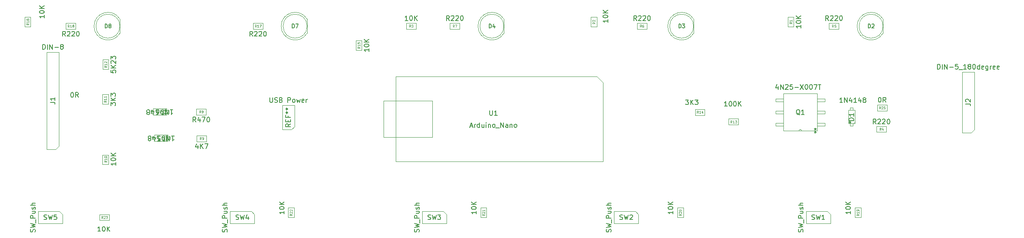
<source format=gbr>
%TF.GenerationSoftware,KiCad,Pcbnew,(6.0.0-0)*%
%TF.CreationDate,2024-09-02T12:42:36-04:00*%
%TF.ProjectId,HappySwitchV3,48617070-7953-4776-9974-636856332e6b,rev?*%
%TF.SameCoordinates,Original*%
%TF.FileFunction,AssemblyDrawing,Top*%
%FSLAX46Y46*%
G04 Gerber Fmt 4.6, Leading zero omitted, Abs format (unit mm)*
G04 Created by KiCad (PCBNEW (6.0.0-0)) date 2024-09-02 12:42:36*
%MOMM*%
%LPD*%
G01*
G04 APERTURE LIST*
%ADD10C,0.150000*%
%ADD11C,0.200000*%
%ADD12C,0.080000*%
%ADD13C,0.100000*%
%ADD14C,0.025400*%
G04 APERTURE END LIST*
D10*
X70227380Y-72852380D02*
X70322619Y-72852380D01*
X70417857Y-72900000D01*
X70465476Y-72947619D01*
X70513095Y-73042857D01*
X70560714Y-73233333D01*
X70560714Y-73471428D01*
X70513095Y-73661904D01*
X70465476Y-73757142D01*
X70417857Y-73804761D01*
X70322619Y-73852380D01*
X70227380Y-73852380D01*
X70132142Y-73804761D01*
X70084523Y-73757142D01*
X70036904Y-73661904D01*
X69989285Y-73471428D01*
X69989285Y-73233333D01*
X70036904Y-73042857D01*
X70084523Y-72947619D01*
X70132142Y-72900000D01*
X70227380Y-72852380D01*
X71560714Y-73852380D02*
X71227380Y-73376190D01*
X70989285Y-73852380D02*
X70989285Y-72852380D01*
X71370238Y-72852380D01*
X71465476Y-72900000D01*
X71513095Y-72947619D01*
X71560714Y-73042857D01*
X71560714Y-73185714D01*
X71513095Y-73280952D01*
X71465476Y-73328571D01*
X71370238Y-73376190D01*
X70989285Y-73376190D01*
%TO.C,REF\u002A\u002A*%
X111467857Y-73932380D02*
X111467857Y-74741904D01*
X111515476Y-74837142D01*
X111563095Y-74884761D01*
X111658333Y-74932380D01*
X111848809Y-74932380D01*
X111944047Y-74884761D01*
X111991666Y-74837142D01*
X112039285Y-74741904D01*
X112039285Y-73932380D01*
X112467857Y-74884761D02*
X112610714Y-74932380D01*
X112848809Y-74932380D01*
X112944047Y-74884761D01*
X112991666Y-74837142D01*
X113039285Y-74741904D01*
X113039285Y-74646666D01*
X112991666Y-74551428D01*
X112944047Y-74503809D01*
X112848809Y-74456190D01*
X112658333Y-74408571D01*
X112563095Y-74360952D01*
X112515476Y-74313333D01*
X112467857Y-74218095D01*
X112467857Y-74122857D01*
X112515476Y-74027619D01*
X112563095Y-73980000D01*
X112658333Y-73932380D01*
X112896428Y-73932380D01*
X113039285Y-73980000D01*
X113801190Y-74408571D02*
X113944047Y-74456190D01*
X113991666Y-74503809D01*
X114039285Y-74599047D01*
X114039285Y-74741904D01*
X113991666Y-74837142D01*
X113944047Y-74884761D01*
X113848809Y-74932380D01*
X113467857Y-74932380D01*
X113467857Y-73932380D01*
X113801190Y-73932380D01*
X113896428Y-73980000D01*
X113944047Y-74027619D01*
X113991666Y-74122857D01*
X113991666Y-74218095D01*
X113944047Y-74313333D01*
X113896428Y-74360952D01*
X113801190Y-74408571D01*
X113467857Y-74408571D01*
X115229761Y-74932380D02*
X115229761Y-73932380D01*
X115610714Y-73932380D01*
X115705952Y-73980000D01*
X115753571Y-74027619D01*
X115801190Y-74122857D01*
X115801190Y-74265714D01*
X115753571Y-74360952D01*
X115705952Y-74408571D01*
X115610714Y-74456190D01*
X115229761Y-74456190D01*
X116372619Y-74932380D02*
X116277380Y-74884761D01*
X116229761Y-74837142D01*
X116182142Y-74741904D01*
X116182142Y-74456190D01*
X116229761Y-74360952D01*
X116277380Y-74313333D01*
X116372619Y-74265714D01*
X116515476Y-74265714D01*
X116610714Y-74313333D01*
X116658333Y-74360952D01*
X116705952Y-74456190D01*
X116705952Y-74741904D01*
X116658333Y-74837142D01*
X116610714Y-74884761D01*
X116515476Y-74932380D01*
X116372619Y-74932380D01*
X117039285Y-74265714D02*
X117229761Y-74932380D01*
X117420238Y-74456190D01*
X117610714Y-74932380D01*
X117801190Y-74265714D01*
X118563095Y-74884761D02*
X118467857Y-74932380D01*
X118277380Y-74932380D01*
X118182142Y-74884761D01*
X118134523Y-74789523D01*
X118134523Y-74408571D01*
X118182142Y-74313333D01*
X118277380Y-74265714D01*
X118467857Y-74265714D01*
X118563095Y-74313333D01*
X118610714Y-74408571D01*
X118610714Y-74503809D01*
X118134523Y-74599047D01*
X119039285Y-74932380D02*
X119039285Y-74265714D01*
X119039285Y-74456190D02*
X119086904Y-74360952D01*
X119134523Y-74313333D01*
X119229761Y-74265714D01*
X119325000Y-74265714D01*
X115777380Y-79413333D02*
X115301190Y-79746666D01*
X115777380Y-79984761D02*
X114777380Y-79984761D01*
X114777380Y-79603809D01*
X114825000Y-79508571D01*
X114872619Y-79460952D01*
X114967857Y-79413333D01*
X115110714Y-79413333D01*
X115205952Y-79460952D01*
X115253571Y-79508571D01*
X115301190Y-79603809D01*
X115301190Y-79984761D01*
X115253571Y-78984761D02*
X115253571Y-78651428D01*
X115777380Y-78508571D02*
X115777380Y-78984761D01*
X114777380Y-78984761D01*
X114777380Y-78508571D01*
X115253571Y-77746666D02*
X115253571Y-78080000D01*
X115777380Y-78080000D02*
X114777380Y-78080000D01*
X114777380Y-77603809D01*
X114777380Y-77080000D02*
X115015476Y-77080000D01*
X114920238Y-77318095D02*
X115015476Y-77080000D01*
X114920238Y-76841904D01*
X115205952Y-77222857D02*
X115015476Y-77080000D01*
X115205952Y-76937142D01*
X114777380Y-76318095D02*
X115015476Y-76318095D01*
X114920238Y-76556190D02*
X115015476Y-76318095D01*
X114920238Y-76080000D01*
X115205952Y-76460952D02*
X115015476Y-76318095D01*
X115205952Y-76175238D01*
%TO.C,U1*%
X153192857Y-79886666D02*
X153669047Y-79886666D01*
X153097619Y-80172380D02*
X153430952Y-79172380D01*
X153764285Y-80172380D01*
X154097619Y-80172380D02*
X154097619Y-79505714D01*
X154097619Y-79696190D02*
X154145238Y-79600952D01*
X154192857Y-79553333D01*
X154288095Y-79505714D01*
X154383333Y-79505714D01*
X155145238Y-80172380D02*
X155145238Y-79172380D01*
X155145238Y-80124761D02*
X155050000Y-80172380D01*
X154859523Y-80172380D01*
X154764285Y-80124761D01*
X154716666Y-80077142D01*
X154669047Y-79981904D01*
X154669047Y-79696190D01*
X154716666Y-79600952D01*
X154764285Y-79553333D01*
X154859523Y-79505714D01*
X155050000Y-79505714D01*
X155145238Y-79553333D01*
X156050000Y-79505714D02*
X156050000Y-80172380D01*
X155621428Y-79505714D02*
X155621428Y-80029523D01*
X155669047Y-80124761D01*
X155764285Y-80172380D01*
X155907142Y-80172380D01*
X156002380Y-80124761D01*
X156050000Y-80077142D01*
X156526190Y-80172380D02*
X156526190Y-79505714D01*
X156526190Y-79172380D02*
X156478571Y-79220000D01*
X156526190Y-79267619D01*
X156573809Y-79220000D01*
X156526190Y-79172380D01*
X156526190Y-79267619D01*
X157002380Y-79505714D02*
X157002380Y-80172380D01*
X157002380Y-79600952D02*
X157050000Y-79553333D01*
X157145238Y-79505714D01*
X157288095Y-79505714D01*
X157383333Y-79553333D01*
X157430952Y-79648571D01*
X157430952Y-80172380D01*
X158050000Y-80172380D02*
X157954761Y-80124761D01*
X157907142Y-80077142D01*
X157859523Y-79981904D01*
X157859523Y-79696190D01*
X157907142Y-79600952D01*
X157954761Y-79553333D01*
X158050000Y-79505714D01*
X158192857Y-79505714D01*
X158288095Y-79553333D01*
X158335714Y-79600952D01*
X158383333Y-79696190D01*
X158383333Y-79981904D01*
X158335714Y-80077142D01*
X158288095Y-80124761D01*
X158192857Y-80172380D01*
X158050000Y-80172380D01*
X158573809Y-80267619D02*
X159335714Y-80267619D01*
X159573809Y-80172380D02*
X159573809Y-79172380D01*
X160145238Y-80172380D01*
X160145238Y-79172380D01*
X161050000Y-80172380D02*
X161050000Y-79648571D01*
X161002380Y-79553333D01*
X160907142Y-79505714D01*
X160716666Y-79505714D01*
X160621428Y-79553333D01*
X161050000Y-80124761D02*
X160954761Y-80172380D01*
X160716666Y-80172380D01*
X160621428Y-80124761D01*
X160573809Y-80029523D01*
X160573809Y-79934285D01*
X160621428Y-79839047D01*
X160716666Y-79791428D01*
X160954761Y-79791428D01*
X161050000Y-79743809D01*
X161526190Y-79505714D02*
X161526190Y-80172380D01*
X161526190Y-79600952D02*
X161573809Y-79553333D01*
X161669047Y-79505714D01*
X161811904Y-79505714D01*
X161907142Y-79553333D01*
X161954761Y-79648571D01*
X161954761Y-80172380D01*
X162573809Y-80172380D02*
X162478571Y-80124761D01*
X162430952Y-80077142D01*
X162383333Y-79981904D01*
X162383333Y-79696190D01*
X162430952Y-79600952D01*
X162478571Y-79553333D01*
X162573809Y-79505714D01*
X162716666Y-79505714D01*
X162811904Y-79553333D01*
X162859523Y-79600952D01*
X162907142Y-79696190D01*
X162907142Y-79981904D01*
X162859523Y-80077142D01*
X162811904Y-80124761D01*
X162716666Y-80172380D01*
X162573809Y-80172380D01*
X157288095Y-76632380D02*
X157288095Y-77441904D01*
X157335714Y-77537142D01*
X157383333Y-77584761D01*
X157478571Y-77632380D01*
X157669047Y-77632380D01*
X157764285Y-77584761D01*
X157811904Y-77537142D01*
X157859523Y-77441904D01*
X157859523Y-76632380D01*
X158859523Y-77632380D02*
X158288095Y-77632380D01*
X158573809Y-77632380D02*
X158573809Y-76632380D01*
X158478571Y-76775238D01*
X158383333Y-76870476D01*
X158288095Y-76918095D01*
D11*
%TO.C,D2*%
X236159523Y-59361904D02*
X236159523Y-58561904D01*
X236350000Y-58561904D01*
X236464285Y-58600000D01*
X236540476Y-58676190D01*
X236578571Y-58752380D01*
X236616666Y-58904761D01*
X236616666Y-59019047D01*
X236578571Y-59171428D01*
X236540476Y-59247619D01*
X236464285Y-59323809D01*
X236350000Y-59361904D01*
X236159523Y-59361904D01*
X236921428Y-58638095D02*
X236959523Y-58600000D01*
X237035714Y-58561904D01*
X237226190Y-58561904D01*
X237302380Y-58600000D01*
X237340476Y-58638095D01*
X237378571Y-58714285D01*
X237378571Y-58790476D01*
X237340476Y-58904761D01*
X236883333Y-59361904D01*
X237378571Y-59361904D01*
D10*
%TO.C,R15*%
X132102380Y-63690476D02*
X132102380Y-64261904D01*
X132102380Y-63976190D02*
X131102380Y-63976190D01*
X131245238Y-64071428D01*
X131340476Y-64166666D01*
X131388095Y-64261904D01*
X131102380Y-63071428D02*
X131102380Y-62976190D01*
X131150000Y-62880952D01*
X131197619Y-62833333D01*
X131292857Y-62785714D01*
X131483333Y-62738095D01*
X131721428Y-62738095D01*
X131911904Y-62785714D01*
X132007142Y-62833333D01*
X132054761Y-62880952D01*
X132102380Y-62976190D01*
X132102380Y-63071428D01*
X132054761Y-63166666D01*
X132007142Y-63214285D01*
X131911904Y-63261904D01*
X131721428Y-63309523D01*
X131483333Y-63309523D01*
X131292857Y-63261904D01*
X131197619Y-63214285D01*
X131150000Y-63166666D01*
X131102380Y-63071428D01*
X132102380Y-62309523D02*
X131102380Y-62309523D01*
X132102380Y-61738095D02*
X131530952Y-62166666D01*
X131102380Y-61738095D02*
X131673809Y-62309523D01*
D12*
X130226190Y-63321428D02*
X129988095Y-63488095D01*
X130226190Y-63607142D02*
X129726190Y-63607142D01*
X129726190Y-63416666D01*
X129750000Y-63369047D01*
X129773809Y-63345238D01*
X129821428Y-63321428D01*
X129892857Y-63321428D01*
X129940476Y-63345238D01*
X129964285Y-63369047D01*
X129988095Y-63416666D01*
X129988095Y-63607142D01*
X130226190Y-62845238D02*
X130226190Y-63130952D01*
X130226190Y-62988095D02*
X129726190Y-62988095D01*
X129797619Y-63035714D01*
X129845238Y-63083333D01*
X129869047Y-63130952D01*
X129726190Y-62392857D02*
X129726190Y-62630952D01*
X129964285Y-62654761D01*
X129940476Y-62630952D01*
X129916666Y-62583333D01*
X129916666Y-62464285D01*
X129940476Y-62416666D01*
X129964285Y-62392857D01*
X130011904Y-62369047D01*
X130130952Y-62369047D01*
X130178571Y-62392857D01*
X130202380Y-62416666D01*
X130226190Y-62464285D01*
X130226190Y-62583333D01*
X130202380Y-62630952D01*
X130178571Y-62654761D01*
D10*
%TO.C,R16*%
X64452380Y-56690476D02*
X64452380Y-57261904D01*
X64452380Y-56976190D02*
X63452380Y-56976190D01*
X63595238Y-57071428D01*
X63690476Y-57166666D01*
X63738095Y-57261904D01*
X63452380Y-56071428D02*
X63452380Y-55976190D01*
X63500000Y-55880952D01*
X63547619Y-55833333D01*
X63642857Y-55785714D01*
X63833333Y-55738095D01*
X64071428Y-55738095D01*
X64261904Y-55785714D01*
X64357142Y-55833333D01*
X64404761Y-55880952D01*
X64452380Y-55976190D01*
X64452380Y-56071428D01*
X64404761Y-56166666D01*
X64357142Y-56214285D01*
X64261904Y-56261904D01*
X64071428Y-56309523D01*
X63833333Y-56309523D01*
X63642857Y-56261904D01*
X63547619Y-56214285D01*
X63500000Y-56166666D01*
X63452380Y-56071428D01*
X64452380Y-55309523D02*
X63452380Y-55309523D01*
X64452380Y-54738095D02*
X63880952Y-55166666D01*
X63452380Y-54738095D02*
X64023809Y-55309523D01*
D12*
X61226190Y-58408928D02*
X60988095Y-58575595D01*
X61226190Y-58694642D02*
X60726190Y-58694642D01*
X60726190Y-58504166D01*
X60750000Y-58456547D01*
X60773809Y-58432738D01*
X60821428Y-58408928D01*
X60892857Y-58408928D01*
X60940476Y-58432738D01*
X60964285Y-58456547D01*
X60988095Y-58504166D01*
X60988095Y-58694642D01*
X61226190Y-57932738D02*
X61226190Y-58218452D01*
X61226190Y-58075595D02*
X60726190Y-58075595D01*
X60797619Y-58123214D01*
X60845238Y-58170833D01*
X60869047Y-58218452D01*
X60726190Y-57504166D02*
X60726190Y-57599404D01*
X60750000Y-57647023D01*
X60773809Y-57670833D01*
X60845238Y-57718452D01*
X60940476Y-57742261D01*
X61130952Y-57742261D01*
X61178571Y-57718452D01*
X61202380Y-57694642D01*
X61226190Y-57647023D01*
X61226190Y-57551785D01*
X61202380Y-57504166D01*
X61178571Y-57480357D01*
X61130952Y-57456547D01*
X61011904Y-57456547D01*
X60964285Y-57480357D01*
X60940476Y-57504166D01*
X60916666Y-57551785D01*
X60916666Y-57647023D01*
X60940476Y-57694642D01*
X60964285Y-57718452D01*
X61011904Y-57742261D01*
D10*
%TO.C,D1*%
X230782142Y-74952380D02*
X230210714Y-74952380D01*
X230496428Y-74952380D02*
X230496428Y-73952380D01*
X230401190Y-74095238D01*
X230305952Y-74190476D01*
X230210714Y-74238095D01*
X231210714Y-74952380D02*
X231210714Y-73952380D01*
X231782142Y-74952380D01*
X231782142Y-73952380D01*
X232686904Y-74285714D02*
X232686904Y-74952380D01*
X232448809Y-73904761D02*
X232210714Y-74619047D01*
X232829761Y-74619047D01*
X233734523Y-74952380D02*
X233163095Y-74952380D01*
X233448809Y-74952380D02*
X233448809Y-73952380D01*
X233353571Y-74095238D01*
X233258333Y-74190476D01*
X233163095Y-74238095D01*
X234591666Y-74285714D02*
X234591666Y-74952380D01*
X234353571Y-73904761D02*
X234115476Y-74619047D01*
X234734523Y-74619047D01*
X235258333Y-74380952D02*
X235163095Y-74333333D01*
X235115476Y-74285714D01*
X235067857Y-74190476D01*
X235067857Y-74142857D01*
X235115476Y-74047619D01*
X235163095Y-74000000D01*
X235258333Y-73952380D01*
X235448809Y-73952380D01*
X235544047Y-74000000D01*
X235591666Y-74047619D01*
X235639285Y-74142857D01*
X235639285Y-74190476D01*
X235591666Y-74285714D01*
X235544047Y-74333333D01*
X235448809Y-74380952D01*
X235258333Y-74380952D01*
X235163095Y-74428571D01*
X235115476Y-74476190D01*
X235067857Y-74571428D01*
X235067857Y-74761904D01*
X235115476Y-74857142D01*
X235163095Y-74904761D01*
X235258333Y-74952380D01*
X235448809Y-74952380D01*
X235544047Y-74904761D01*
X235591666Y-74857142D01*
X235639285Y-74761904D01*
X235639285Y-74571428D01*
X235591666Y-74476190D01*
X235544047Y-74428571D01*
X235448809Y-74380952D01*
X232127380Y-79121000D02*
X232365476Y-79121000D01*
X232270238Y-79359095D02*
X232365476Y-79121000D01*
X232270238Y-78882904D01*
X232555952Y-79263857D02*
X232365476Y-79121000D01*
X232555952Y-78978142D01*
X233127380Y-78738095D02*
X232127380Y-78738095D01*
X232127380Y-78500000D01*
X232175000Y-78357142D01*
X232270238Y-78261904D01*
X232365476Y-78214285D01*
X232555952Y-78166666D01*
X232698809Y-78166666D01*
X232889285Y-78214285D01*
X232984523Y-78261904D01*
X233079761Y-78357142D01*
X233127380Y-78500000D01*
X233127380Y-78738095D01*
X233127380Y-77214285D02*
X233127380Y-77785714D01*
X233127380Y-77500000D02*
X232127380Y-77500000D01*
X232270238Y-77595238D01*
X232365476Y-77690476D01*
X232413095Y-77785714D01*
X232127380Y-79121000D02*
X232365476Y-79121000D01*
X232270238Y-79359095D02*
X232365476Y-79121000D01*
X232270238Y-78882904D01*
X232555952Y-79263857D02*
X232365476Y-79121000D01*
X232555952Y-78978142D01*
%TO.C,R2*%
X181877380Y-57615476D02*
X181877380Y-58186904D01*
X181877380Y-57901190D02*
X180877380Y-57901190D01*
X181020238Y-57996428D01*
X181115476Y-58091666D01*
X181163095Y-58186904D01*
X180877380Y-56996428D02*
X180877380Y-56901190D01*
X180925000Y-56805952D01*
X180972619Y-56758333D01*
X181067857Y-56710714D01*
X181258333Y-56663095D01*
X181496428Y-56663095D01*
X181686904Y-56710714D01*
X181782142Y-56758333D01*
X181829761Y-56805952D01*
X181877380Y-56901190D01*
X181877380Y-56996428D01*
X181829761Y-57091666D01*
X181782142Y-57139285D01*
X181686904Y-57186904D01*
X181496428Y-57234523D01*
X181258333Y-57234523D01*
X181067857Y-57186904D01*
X180972619Y-57139285D01*
X180925000Y-57091666D01*
X180877380Y-56996428D01*
X181877380Y-56234523D02*
X180877380Y-56234523D01*
X181877380Y-55663095D02*
X181305952Y-56091666D01*
X180877380Y-55663095D02*
X181448809Y-56234523D01*
D12*
X179226190Y-58170833D02*
X178988095Y-58337500D01*
X179226190Y-58456547D02*
X178726190Y-58456547D01*
X178726190Y-58266071D01*
X178750000Y-58218452D01*
X178773809Y-58194642D01*
X178821428Y-58170833D01*
X178892857Y-58170833D01*
X178940476Y-58194642D01*
X178964285Y-58218452D01*
X178988095Y-58266071D01*
X178988095Y-58456547D01*
X178773809Y-57980357D02*
X178750000Y-57956547D01*
X178726190Y-57908928D01*
X178726190Y-57789880D01*
X178750000Y-57742261D01*
X178773809Y-57718452D01*
X178821428Y-57694642D01*
X178869047Y-57694642D01*
X178940476Y-57718452D01*
X179226190Y-58004166D01*
X179226190Y-57694642D01*
D10*
%TO.C,D6*%
X90692857Y-76472619D02*
X91264285Y-76472619D01*
X90978571Y-76472619D02*
X90978571Y-77472619D01*
X91073809Y-77329761D01*
X91169047Y-77234523D01*
X91264285Y-77186904D01*
X90264285Y-76472619D02*
X90264285Y-77472619D01*
X89692857Y-76472619D01*
X89692857Y-77472619D01*
X88788095Y-77139285D02*
X88788095Y-76472619D01*
X89026190Y-77520238D02*
X89264285Y-76805952D01*
X88645238Y-76805952D01*
X87740476Y-76472619D02*
X88311904Y-76472619D01*
X88026190Y-76472619D02*
X88026190Y-77472619D01*
X88121428Y-77329761D01*
X88216666Y-77234523D01*
X88311904Y-77186904D01*
X86883333Y-77139285D02*
X86883333Y-76472619D01*
X87121428Y-77520238D02*
X87359523Y-76805952D01*
X86740476Y-76805952D01*
X86216666Y-77044047D02*
X86311904Y-77091666D01*
X86359523Y-77139285D01*
X86407142Y-77234523D01*
X86407142Y-77282142D01*
X86359523Y-77377380D01*
X86311904Y-77425000D01*
X86216666Y-77472619D01*
X86026190Y-77472619D01*
X85930952Y-77425000D01*
X85883333Y-77377380D01*
X85835714Y-77282142D01*
X85835714Y-77234523D01*
X85883333Y-77139285D01*
X85930952Y-77091666D01*
X86026190Y-77044047D01*
X86216666Y-77044047D01*
X86311904Y-76996428D01*
X86359523Y-76948809D01*
X86407142Y-76853571D01*
X86407142Y-76663095D01*
X86359523Y-76567857D01*
X86311904Y-76520238D01*
X86216666Y-76472619D01*
X86026190Y-76472619D01*
X85930952Y-76520238D01*
X85883333Y-76567857D01*
X85835714Y-76663095D01*
X85835714Y-76853571D01*
X85883333Y-76948809D01*
X85930952Y-76996428D01*
X86026190Y-77044047D01*
X89721000Y-76377380D02*
X89721000Y-76615476D01*
X89482904Y-76520238D02*
X89721000Y-76615476D01*
X89959095Y-76520238D01*
X89578142Y-76805952D02*
X89721000Y-76615476D01*
X89863857Y-76805952D01*
X89721000Y-77472619D02*
X89721000Y-77234523D01*
X89959095Y-77329761D02*
X89721000Y-77234523D01*
X89482904Y-77329761D01*
X89863857Y-77044047D02*
X89721000Y-77234523D01*
X89578142Y-77044047D01*
X89288095Y-76472619D02*
X89288095Y-77472619D01*
X89050000Y-77472619D01*
X88907142Y-77425000D01*
X88811904Y-77329761D01*
X88764285Y-77234523D01*
X88716666Y-77044047D01*
X88716666Y-76901190D01*
X88764285Y-76710714D01*
X88811904Y-76615476D01*
X88907142Y-76520238D01*
X89050000Y-76472619D01*
X89288095Y-76472619D01*
X87859523Y-77472619D02*
X88050000Y-77472619D01*
X88145238Y-77425000D01*
X88192857Y-77377380D01*
X88288095Y-77234523D01*
X88335714Y-77044047D01*
X88335714Y-76663095D01*
X88288095Y-76567857D01*
X88240476Y-76520238D01*
X88145238Y-76472619D01*
X87954761Y-76472619D01*
X87859523Y-76520238D01*
X87811904Y-76567857D01*
X87764285Y-76663095D01*
X87764285Y-76901190D01*
X87811904Y-76996428D01*
X87859523Y-77044047D01*
X87954761Y-77091666D01*
X88145238Y-77091666D01*
X88240476Y-77044047D01*
X88288095Y-76996428D01*
X88335714Y-76901190D01*
D11*
%TO.C,D7*%
X116159523Y-59361904D02*
X116159523Y-58561904D01*
X116350000Y-58561904D01*
X116464285Y-58600000D01*
X116540476Y-58676190D01*
X116578571Y-58752380D01*
X116616666Y-58904761D01*
X116616666Y-59019047D01*
X116578571Y-59171428D01*
X116540476Y-59247619D01*
X116464285Y-59323809D01*
X116350000Y-59361904D01*
X116159523Y-59361904D01*
X116883333Y-58561904D02*
X117416666Y-58561904D01*
X117073809Y-59361904D01*
D10*
%TO.C,R1*%
X222102380Y-58777976D02*
X222102380Y-59349404D01*
X222102380Y-59063690D02*
X221102380Y-59063690D01*
X221245238Y-59158928D01*
X221340476Y-59254166D01*
X221388095Y-59349404D01*
X221102380Y-58158928D02*
X221102380Y-58063690D01*
X221150000Y-57968452D01*
X221197619Y-57920833D01*
X221292857Y-57873214D01*
X221483333Y-57825595D01*
X221721428Y-57825595D01*
X221911904Y-57873214D01*
X222007142Y-57920833D01*
X222054761Y-57968452D01*
X222102380Y-58063690D01*
X222102380Y-58158928D01*
X222054761Y-58254166D01*
X222007142Y-58301785D01*
X221911904Y-58349404D01*
X221721428Y-58397023D01*
X221483333Y-58397023D01*
X221292857Y-58349404D01*
X221197619Y-58301785D01*
X221150000Y-58254166D01*
X221102380Y-58158928D01*
X222102380Y-57397023D02*
X221102380Y-57397023D01*
X222102380Y-56825595D02*
X221530952Y-57254166D01*
X221102380Y-56825595D02*
X221673809Y-57397023D01*
D12*
X220226190Y-58170833D02*
X219988095Y-58337500D01*
X220226190Y-58456547D02*
X219726190Y-58456547D01*
X219726190Y-58266071D01*
X219750000Y-58218452D01*
X219773809Y-58194642D01*
X219821428Y-58170833D01*
X219892857Y-58170833D01*
X219940476Y-58194642D01*
X219964285Y-58218452D01*
X219988095Y-58266071D01*
X219988095Y-58456547D01*
X220226190Y-57694642D02*
X220226190Y-57980357D01*
X220226190Y-57837500D02*
X219726190Y-57837500D01*
X219797619Y-57885119D01*
X219845238Y-57932738D01*
X219869047Y-57980357D01*
D10*
%TO.C,J2*%
X250571428Y-67962380D02*
X250571428Y-66962380D01*
X250809523Y-66962380D01*
X250952380Y-67010000D01*
X251047619Y-67105238D01*
X251095238Y-67200476D01*
X251142857Y-67390952D01*
X251142857Y-67533809D01*
X251095238Y-67724285D01*
X251047619Y-67819523D01*
X250952380Y-67914761D01*
X250809523Y-67962380D01*
X250571428Y-67962380D01*
X251571428Y-67962380D02*
X251571428Y-66962380D01*
X252047619Y-67962380D02*
X252047619Y-66962380D01*
X252619047Y-67962380D01*
X252619047Y-66962380D01*
X253095238Y-67581428D02*
X253857142Y-67581428D01*
X254809523Y-66962380D02*
X254333333Y-66962380D01*
X254285714Y-67438571D01*
X254333333Y-67390952D01*
X254428571Y-67343333D01*
X254666666Y-67343333D01*
X254761904Y-67390952D01*
X254809523Y-67438571D01*
X254857142Y-67533809D01*
X254857142Y-67771904D01*
X254809523Y-67867142D01*
X254761904Y-67914761D01*
X254666666Y-67962380D01*
X254428571Y-67962380D01*
X254333333Y-67914761D01*
X254285714Y-67867142D01*
X255047619Y-68057619D02*
X255809523Y-68057619D01*
X256571428Y-67962380D02*
X256000000Y-67962380D01*
X256285714Y-67962380D02*
X256285714Y-66962380D01*
X256190476Y-67105238D01*
X256095238Y-67200476D01*
X256000000Y-67248095D01*
X257142857Y-67390952D02*
X257047619Y-67343333D01*
X257000000Y-67295714D01*
X256952380Y-67200476D01*
X256952380Y-67152857D01*
X257000000Y-67057619D01*
X257047619Y-67010000D01*
X257142857Y-66962380D01*
X257333333Y-66962380D01*
X257428571Y-67010000D01*
X257476190Y-67057619D01*
X257523809Y-67152857D01*
X257523809Y-67200476D01*
X257476190Y-67295714D01*
X257428571Y-67343333D01*
X257333333Y-67390952D01*
X257142857Y-67390952D01*
X257047619Y-67438571D01*
X257000000Y-67486190D01*
X256952380Y-67581428D01*
X256952380Y-67771904D01*
X257000000Y-67867142D01*
X257047619Y-67914761D01*
X257142857Y-67962380D01*
X257333333Y-67962380D01*
X257428571Y-67914761D01*
X257476190Y-67867142D01*
X257523809Y-67771904D01*
X257523809Y-67581428D01*
X257476190Y-67486190D01*
X257428571Y-67438571D01*
X257333333Y-67390952D01*
X258142857Y-66962380D02*
X258238095Y-66962380D01*
X258333333Y-67010000D01*
X258380952Y-67057619D01*
X258428571Y-67152857D01*
X258476190Y-67343333D01*
X258476190Y-67581428D01*
X258428571Y-67771904D01*
X258380952Y-67867142D01*
X258333333Y-67914761D01*
X258238095Y-67962380D01*
X258142857Y-67962380D01*
X258047619Y-67914761D01*
X258000000Y-67867142D01*
X257952380Y-67771904D01*
X257904761Y-67581428D01*
X257904761Y-67343333D01*
X257952380Y-67152857D01*
X258000000Y-67057619D01*
X258047619Y-67010000D01*
X258142857Y-66962380D01*
X259333333Y-67962380D02*
X259333333Y-66962380D01*
X259333333Y-67914761D02*
X259238095Y-67962380D01*
X259047619Y-67962380D01*
X258952380Y-67914761D01*
X258904761Y-67867142D01*
X258857142Y-67771904D01*
X258857142Y-67486190D01*
X258904761Y-67390952D01*
X258952380Y-67343333D01*
X259047619Y-67295714D01*
X259238095Y-67295714D01*
X259333333Y-67343333D01*
X260190476Y-67914761D02*
X260095238Y-67962380D01*
X259904761Y-67962380D01*
X259809523Y-67914761D01*
X259761904Y-67819523D01*
X259761904Y-67438571D01*
X259809523Y-67343333D01*
X259904761Y-67295714D01*
X260095238Y-67295714D01*
X260190476Y-67343333D01*
X260238095Y-67438571D01*
X260238095Y-67533809D01*
X259761904Y-67629047D01*
X261095238Y-67295714D02*
X261095238Y-68105238D01*
X261047619Y-68200476D01*
X261000000Y-68248095D01*
X260904761Y-68295714D01*
X260761904Y-68295714D01*
X260666666Y-68248095D01*
X261095238Y-67914761D02*
X261000000Y-67962380D01*
X260809523Y-67962380D01*
X260714285Y-67914761D01*
X260666666Y-67867142D01*
X260619047Y-67771904D01*
X260619047Y-67486190D01*
X260666666Y-67390952D01*
X260714285Y-67343333D01*
X260809523Y-67295714D01*
X261000000Y-67295714D01*
X261095238Y-67343333D01*
X261571428Y-67962380D02*
X261571428Y-67295714D01*
X261571428Y-67486190D02*
X261619047Y-67390952D01*
X261666666Y-67343333D01*
X261761904Y-67295714D01*
X261857142Y-67295714D01*
X262571428Y-67914761D02*
X262476190Y-67962380D01*
X262285714Y-67962380D01*
X262190476Y-67914761D01*
X262142857Y-67819523D01*
X262142857Y-67438571D01*
X262190476Y-67343333D01*
X262285714Y-67295714D01*
X262476190Y-67295714D01*
X262571428Y-67343333D01*
X262619047Y-67438571D01*
X262619047Y-67533809D01*
X262142857Y-67629047D01*
X263428571Y-67914761D02*
X263333333Y-67962380D01*
X263142857Y-67962380D01*
X263047619Y-67914761D01*
X263000000Y-67819523D01*
X263000000Y-67438571D01*
X263047619Y-67343333D01*
X263142857Y-67295714D01*
X263333333Y-67295714D01*
X263428571Y-67343333D01*
X263476190Y-67438571D01*
X263476190Y-67533809D01*
X263000000Y-67629047D01*
X256452380Y-75253333D02*
X257166666Y-75253333D01*
X257309523Y-75300952D01*
X257404761Y-75396190D01*
X257452380Y-75539047D01*
X257452380Y-75634285D01*
X256547619Y-74824761D02*
X256500000Y-74777142D01*
X256452380Y-74681904D01*
X256452380Y-74443809D01*
X256500000Y-74348571D01*
X256547619Y-74300952D01*
X256642857Y-74253333D01*
X256738095Y-74253333D01*
X256880952Y-74300952D01*
X257452380Y-74872380D01*
X257452380Y-74253333D01*
%TO.C,R13*%
X206758333Y-75727380D02*
X206186904Y-75727380D01*
X206472619Y-75727380D02*
X206472619Y-74727380D01*
X206377380Y-74870238D01*
X206282142Y-74965476D01*
X206186904Y-75013095D01*
X207377380Y-74727380D02*
X207472619Y-74727380D01*
X207567857Y-74775000D01*
X207615476Y-74822619D01*
X207663095Y-74917857D01*
X207710714Y-75108333D01*
X207710714Y-75346428D01*
X207663095Y-75536904D01*
X207615476Y-75632142D01*
X207567857Y-75679761D01*
X207472619Y-75727380D01*
X207377380Y-75727380D01*
X207282142Y-75679761D01*
X207234523Y-75632142D01*
X207186904Y-75536904D01*
X207139285Y-75346428D01*
X207139285Y-75108333D01*
X207186904Y-74917857D01*
X207234523Y-74822619D01*
X207282142Y-74775000D01*
X207377380Y-74727380D01*
X208329761Y-74727380D02*
X208425000Y-74727380D01*
X208520238Y-74775000D01*
X208567857Y-74822619D01*
X208615476Y-74917857D01*
X208663095Y-75108333D01*
X208663095Y-75346428D01*
X208615476Y-75536904D01*
X208567857Y-75632142D01*
X208520238Y-75679761D01*
X208425000Y-75727380D01*
X208329761Y-75727380D01*
X208234523Y-75679761D01*
X208186904Y-75632142D01*
X208139285Y-75536904D01*
X208091666Y-75346428D01*
X208091666Y-75108333D01*
X208139285Y-74917857D01*
X208186904Y-74822619D01*
X208234523Y-74775000D01*
X208329761Y-74727380D01*
X209091666Y-75727380D02*
X209091666Y-74727380D01*
X209663095Y-75727380D02*
X209234523Y-75155952D01*
X209663095Y-74727380D02*
X209091666Y-75298809D01*
D12*
X207766071Y-79226190D02*
X207599404Y-78988095D01*
X207480357Y-79226190D02*
X207480357Y-78726190D01*
X207670833Y-78726190D01*
X207718452Y-78750000D01*
X207742261Y-78773809D01*
X207766071Y-78821428D01*
X207766071Y-78892857D01*
X207742261Y-78940476D01*
X207718452Y-78964285D01*
X207670833Y-78988095D01*
X207480357Y-78988095D01*
X208242261Y-79226190D02*
X207956547Y-79226190D01*
X208099404Y-79226190D02*
X208099404Y-78726190D01*
X208051785Y-78797619D01*
X208004166Y-78845238D01*
X207956547Y-78869047D01*
X208408928Y-78726190D02*
X208718452Y-78726190D01*
X208551785Y-78916666D01*
X208623214Y-78916666D01*
X208670833Y-78940476D01*
X208694642Y-78964285D01*
X208718452Y-79011904D01*
X208718452Y-79130952D01*
X208694642Y-79178571D01*
X208670833Y-79202380D01*
X208623214Y-79226190D01*
X208480357Y-79226190D01*
X208432738Y-79202380D01*
X208408928Y-79178571D01*
D10*
%TO.C,R17*%
X107880952Y-61102380D02*
X107547619Y-60626190D01*
X107309523Y-61102380D02*
X107309523Y-60102380D01*
X107690476Y-60102380D01*
X107785714Y-60150000D01*
X107833333Y-60197619D01*
X107880952Y-60292857D01*
X107880952Y-60435714D01*
X107833333Y-60530952D01*
X107785714Y-60578571D01*
X107690476Y-60626190D01*
X107309523Y-60626190D01*
X108261904Y-60197619D02*
X108309523Y-60150000D01*
X108404761Y-60102380D01*
X108642857Y-60102380D01*
X108738095Y-60150000D01*
X108785714Y-60197619D01*
X108833333Y-60292857D01*
X108833333Y-60388095D01*
X108785714Y-60530952D01*
X108214285Y-61102380D01*
X108833333Y-61102380D01*
X109214285Y-60197619D02*
X109261904Y-60150000D01*
X109357142Y-60102380D01*
X109595238Y-60102380D01*
X109690476Y-60150000D01*
X109738095Y-60197619D01*
X109785714Y-60292857D01*
X109785714Y-60388095D01*
X109738095Y-60530952D01*
X109166666Y-61102380D01*
X109785714Y-61102380D01*
X110404761Y-60102380D02*
X110500000Y-60102380D01*
X110595238Y-60150000D01*
X110642857Y-60197619D01*
X110690476Y-60292857D01*
X110738095Y-60483333D01*
X110738095Y-60721428D01*
X110690476Y-60911904D01*
X110642857Y-61007142D01*
X110595238Y-61054761D01*
X110500000Y-61102380D01*
X110404761Y-61102380D01*
X110309523Y-61054761D01*
X110261904Y-61007142D01*
X110214285Y-60911904D01*
X110166666Y-60721428D01*
X110166666Y-60483333D01*
X110214285Y-60292857D01*
X110261904Y-60197619D01*
X110309523Y-60150000D01*
X110404761Y-60102380D01*
D12*
X108678571Y-59226190D02*
X108511904Y-58988095D01*
X108392857Y-59226190D02*
X108392857Y-58726190D01*
X108583333Y-58726190D01*
X108630952Y-58750000D01*
X108654761Y-58773809D01*
X108678571Y-58821428D01*
X108678571Y-58892857D01*
X108654761Y-58940476D01*
X108630952Y-58964285D01*
X108583333Y-58988095D01*
X108392857Y-58988095D01*
X109154761Y-59226190D02*
X108869047Y-59226190D01*
X109011904Y-59226190D02*
X109011904Y-58726190D01*
X108964285Y-58797619D01*
X108916666Y-58845238D01*
X108869047Y-58869047D01*
X109321428Y-58726190D02*
X109654761Y-58726190D01*
X109440476Y-59226190D01*
D10*
%TO.C,R25*%
X238502380Y-73902380D02*
X238597619Y-73902380D01*
X238692857Y-73950000D01*
X238740476Y-73997619D01*
X238788095Y-74092857D01*
X238835714Y-74283333D01*
X238835714Y-74521428D01*
X238788095Y-74711904D01*
X238740476Y-74807142D01*
X238692857Y-74854761D01*
X238597619Y-74902380D01*
X238502380Y-74902380D01*
X238407142Y-74854761D01*
X238359523Y-74807142D01*
X238311904Y-74711904D01*
X238264285Y-74521428D01*
X238264285Y-74283333D01*
X238311904Y-74092857D01*
X238359523Y-73997619D01*
X238407142Y-73950000D01*
X238502380Y-73902380D01*
X239835714Y-74902380D02*
X239502380Y-74426190D01*
X239264285Y-74902380D02*
X239264285Y-73902380D01*
X239645238Y-73902380D01*
X239740476Y-73950000D01*
X239788095Y-73997619D01*
X239835714Y-74092857D01*
X239835714Y-74235714D01*
X239788095Y-74330952D01*
X239740476Y-74378571D01*
X239645238Y-74426190D01*
X239264285Y-74426190D01*
D12*
X238728571Y-76326190D02*
X238561904Y-76088095D01*
X238442857Y-76326190D02*
X238442857Y-75826190D01*
X238633333Y-75826190D01*
X238680952Y-75850000D01*
X238704761Y-75873809D01*
X238728571Y-75921428D01*
X238728571Y-75992857D01*
X238704761Y-76040476D01*
X238680952Y-76064285D01*
X238633333Y-76088095D01*
X238442857Y-76088095D01*
X238919047Y-75873809D02*
X238942857Y-75850000D01*
X238990476Y-75826190D01*
X239109523Y-75826190D01*
X239157142Y-75850000D01*
X239180952Y-75873809D01*
X239204761Y-75921428D01*
X239204761Y-75969047D01*
X239180952Y-76040476D01*
X238895238Y-76326190D01*
X239204761Y-76326190D01*
X239657142Y-75826190D02*
X239419047Y-75826190D01*
X239395238Y-76064285D01*
X239419047Y-76040476D01*
X239466666Y-76016666D01*
X239585714Y-76016666D01*
X239633333Y-76040476D01*
X239657142Y-76064285D01*
X239680952Y-76111904D01*
X239680952Y-76230952D01*
X239657142Y-76278571D01*
X239633333Y-76302380D01*
X239585714Y-76326190D01*
X239466666Y-76326190D01*
X239419047Y-76302380D01*
X239395238Y-76278571D01*
D10*
%TO.C,R3*%
X140222023Y-57802380D02*
X139650595Y-57802380D01*
X139936309Y-57802380D02*
X139936309Y-56802380D01*
X139841071Y-56945238D01*
X139745833Y-57040476D01*
X139650595Y-57088095D01*
X140841071Y-56802380D02*
X140936309Y-56802380D01*
X141031547Y-56850000D01*
X141079166Y-56897619D01*
X141126785Y-56992857D01*
X141174404Y-57183333D01*
X141174404Y-57421428D01*
X141126785Y-57611904D01*
X141079166Y-57707142D01*
X141031547Y-57754761D01*
X140936309Y-57802380D01*
X140841071Y-57802380D01*
X140745833Y-57754761D01*
X140698214Y-57707142D01*
X140650595Y-57611904D01*
X140602976Y-57421428D01*
X140602976Y-57183333D01*
X140650595Y-56992857D01*
X140698214Y-56897619D01*
X140745833Y-56850000D01*
X140841071Y-56802380D01*
X141602976Y-57802380D02*
X141602976Y-56802380D01*
X142174404Y-57802380D02*
X141745833Y-57230952D01*
X142174404Y-56802380D02*
X141602976Y-57373809D01*
D12*
X140829166Y-59226190D02*
X140662500Y-58988095D01*
X140543452Y-59226190D02*
X140543452Y-58726190D01*
X140733928Y-58726190D01*
X140781547Y-58750000D01*
X140805357Y-58773809D01*
X140829166Y-58821428D01*
X140829166Y-58892857D01*
X140805357Y-58940476D01*
X140781547Y-58964285D01*
X140733928Y-58988095D01*
X140543452Y-58988095D01*
X140995833Y-58726190D02*
X141305357Y-58726190D01*
X141138690Y-58916666D01*
X141210119Y-58916666D01*
X141257738Y-58940476D01*
X141281547Y-58964285D01*
X141305357Y-59011904D01*
X141305357Y-59130952D01*
X141281547Y-59178571D01*
X141257738Y-59202380D01*
X141210119Y-59226190D01*
X141067261Y-59226190D01*
X141019642Y-59202380D01*
X140995833Y-59178571D01*
D10*
%TO.C,R21*%
X154452380Y-97690476D02*
X154452380Y-98261904D01*
X154452380Y-97976190D02*
X153452380Y-97976190D01*
X153595238Y-98071428D01*
X153690476Y-98166666D01*
X153738095Y-98261904D01*
X153452380Y-97071428D02*
X153452380Y-96976190D01*
X153500000Y-96880952D01*
X153547619Y-96833333D01*
X153642857Y-96785714D01*
X153833333Y-96738095D01*
X154071428Y-96738095D01*
X154261904Y-96785714D01*
X154357142Y-96833333D01*
X154404761Y-96880952D01*
X154452380Y-96976190D01*
X154452380Y-97071428D01*
X154404761Y-97166666D01*
X154357142Y-97214285D01*
X154261904Y-97261904D01*
X154071428Y-97309523D01*
X153833333Y-97309523D01*
X153642857Y-97261904D01*
X153547619Y-97214285D01*
X153500000Y-97166666D01*
X153452380Y-97071428D01*
X154452380Y-96309523D02*
X153452380Y-96309523D01*
X154452380Y-95738095D02*
X153880952Y-96166666D01*
X153452380Y-95738095D02*
X154023809Y-96309523D01*
D12*
X156226190Y-98321428D02*
X155988095Y-98488095D01*
X156226190Y-98607142D02*
X155726190Y-98607142D01*
X155726190Y-98416666D01*
X155750000Y-98369047D01*
X155773809Y-98345238D01*
X155821428Y-98321428D01*
X155892857Y-98321428D01*
X155940476Y-98345238D01*
X155964285Y-98369047D01*
X155988095Y-98416666D01*
X155988095Y-98607142D01*
X155773809Y-98130952D02*
X155750000Y-98107142D01*
X155726190Y-98059523D01*
X155726190Y-97940476D01*
X155750000Y-97892857D01*
X155773809Y-97869047D01*
X155821428Y-97845238D01*
X155869047Y-97845238D01*
X155940476Y-97869047D01*
X156226190Y-98154761D01*
X156226190Y-97845238D01*
X156226190Y-97369047D02*
X156226190Y-97654761D01*
X156226190Y-97511904D02*
X155726190Y-97511904D01*
X155797619Y-97559523D01*
X155845238Y-97607142D01*
X155869047Y-97654761D01*
D10*
%TO.C,R23*%
X76184523Y-101902380D02*
X75613095Y-101902380D01*
X75898809Y-101902380D02*
X75898809Y-100902380D01*
X75803571Y-101045238D01*
X75708333Y-101140476D01*
X75613095Y-101188095D01*
X76803571Y-100902380D02*
X76898809Y-100902380D01*
X76994047Y-100950000D01*
X77041666Y-100997619D01*
X77089285Y-101092857D01*
X77136904Y-101283333D01*
X77136904Y-101521428D01*
X77089285Y-101711904D01*
X77041666Y-101807142D01*
X76994047Y-101854761D01*
X76898809Y-101902380D01*
X76803571Y-101902380D01*
X76708333Y-101854761D01*
X76660714Y-101807142D01*
X76613095Y-101711904D01*
X76565476Y-101521428D01*
X76565476Y-101283333D01*
X76613095Y-101092857D01*
X76660714Y-100997619D01*
X76708333Y-100950000D01*
X76803571Y-100902380D01*
X77565476Y-101902380D02*
X77565476Y-100902380D01*
X78136904Y-101902380D02*
X77708333Y-101330952D01*
X78136904Y-100902380D02*
X77565476Y-101473809D01*
D12*
X76678571Y-99226190D02*
X76511904Y-98988095D01*
X76392857Y-99226190D02*
X76392857Y-98726190D01*
X76583333Y-98726190D01*
X76630952Y-98750000D01*
X76654761Y-98773809D01*
X76678571Y-98821428D01*
X76678571Y-98892857D01*
X76654761Y-98940476D01*
X76630952Y-98964285D01*
X76583333Y-98988095D01*
X76392857Y-98988095D01*
X76869047Y-98773809D02*
X76892857Y-98750000D01*
X76940476Y-98726190D01*
X77059523Y-98726190D01*
X77107142Y-98750000D01*
X77130952Y-98773809D01*
X77154761Y-98821428D01*
X77154761Y-98869047D01*
X77130952Y-98940476D01*
X76845238Y-99226190D01*
X77154761Y-99226190D01*
X77321428Y-98726190D02*
X77630952Y-98726190D01*
X77464285Y-98916666D01*
X77535714Y-98916666D01*
X77583333Y-98940476D01*
X77607142Y-98964285D01*
X77630952Y-99011904D01*
X77630952Y-99130952D01*
X77607142Y-99178571D01*
X77583333Y-99202380D01*
X77535714Y-99226190D01*
X77392857Y-99226190D01*
X77345238Y-99202380D01*
X77321428Y-99178571D01*
D10*
%TO.C,R10*%
X79352380Y-87515476D02*
X79352380Y-88086904D01*
X79352380Y-87801190D02*
X78352380Y-87801190D01*
X78495238Y-87896428D01*
X78590476Y-87991666D01*
X78638095Y-88086904D01*
X78352380Y-86896428D02*
X78352380Y-86801190D01*
X78400000Y-86705952D01*
X78447619Y-86658333D01*
X78542857Y-86610714D01*
X78733333Y-86563095D01*
X78971428Y-86563095D01*
X79161904Y-86610714D01*
X79257142Y-86658333D01*
X79304761Y-86705952D01*
X79352380Y-86801190D01*
X79352380Y-86896428D01*
X79304761Y-86991666D01*
X79257142Y-87039285D01*
X79161904Y-87086904D01*
X78971428Y-87134523D01*
X78733333Y-87134523D01*
X78542857Y-87086904D01*
X78447619Y-87039285D01*
X78400000Y-86991666D01*
X78352380Y-86896428D01*
X79352380Y-86134523D02*
X78352380Y-86134523D01*
X79352380Y-85563095D02*
X78780952Y-85991666D01*
X78352380Y-85563095D02*
X78923809Y-86134523D01*
D12*
X77476190Y-87146428D02*
X77238095Y-87313095D01*
X77476190Y-87432142D02*
X76976190Y-87432142D01*
X76976190Y-87241666D01*
X77000000Y-87194047D01*
X77023809Y-87170238D01*
X77071428Y-87146428D01*
X77142857Y-87146428D01*
X77190476Y-87170238D01*
X77214285Y-87194047D01*
X77238095Y-87241666D01*
X77238095Y-87432142D01*
X77476190Y-86670238D02*
X77476190Y-86955952D01*
X77476190Y-86813095D02*
X76976190Y-86813095D01*
X77047619Y-86860714D01*
X77095238Y-86908333D01*
X77119047Y-86955952D01*
X76976190Y-86360714D02*
X76976190Y-86313095D01*
X77000000Y-86265476D01*
X77023809Y-86241666D01*
X77071428Y-86217857D01*
X77166666Y-86194047D01*
X77285714Y-86194047D01*
X77380952Y-86217857D01*
X77428571Y-86241666D01*
X77452380Y-86265476D01*
X77476190Y-86313095D01*
X77476190Y-86360714D01*
X77452380Y-86408333D01*
X77428571Y-86432142D01*
X77380952Y-86455952D01*
X77285714Y-86479761D01*
X77166666Y-86479761D01*
X77071428Y-86455952D01*
X77023809Y-86432142D01*
X77000000Y-86408333D01*
X76976190Y-86360714D01*
D10*
%TO.C,SW3*%
X142534761Y-102047619D02*
X142582380Y-101904761D01*
X142582380Y-101666666D01*
X142534761Y-101571428D01*
X142487142Y-101523809D01*
X142391904Y-101476190D01*
X142296666Y-101476190D01*
X142201428Y-101523809D01*
X142153809Y-101571428D01*
X142106190Y-101666666D01*
X142058571Y-101857142D01*
X142010952Y-101952380D01*
X141963333Y-102000000D01*
X141868095Y-102047619D01*
X141772857Y-102047619D01*
X141677619Y-102000000D01*
X141630000Y-101952380D01*
X141582380Y-101857142D01*
X141582380Y-101619047D01*
X141630000Y-101476190D01*
X141582380Y-101142857D02*
X142582380Y-100904761D01*
X141868095Y-100714285D01*
X142582380Y-100523809D01*
X141582380Y-100285714D01*
X142677619Y-100142857D02*
X142677619Y-99380952D01*
X142582380Y-99142857D02*
X141582380Y-99142857D01*
X141582380Y-98761904D01*
X141630000Y-98666666D01*
X141677619Y-98619047D01*
X141772857Y-98571428D01*
X141915714Y-98571428D01*
X142010952Y-98619047D01*
X142058571Y-98666666D01*
X142106190Y-98761904D01*
X142106190Y-99142857D01*
X141915714Y-97714285D02*
X142582380Y-97714285D01*
X141915714Y-98142857D02*
X142439523Y-98142857D01*
X142534761Y-98095238D01*
X142582380Y-98000000D01*
X142582380Y-97857142D01*
X142534761Y-97761904D01*
X142487142Y-97714285D01*
X142534761Y-97285714D02*
X142582380Y-97190476D01*
X142582380Y-97000000D01*
X142534761Y-96904761D01*
X142439523Y-96857142D01*
X142391904Y-96857142D01*
X142296666Y-96904761D01*
X142249047Y-97000000D01*
X142249047Y-97142857D01*
X142201428Y-97238095D01*
X142106190Y-97285714D01*
X142058571Y-97285714D01*
X141963333Y-97238095D01*
X141915714Y-97142857D01*
X141915714Y-97000000D01*
X141963333Y-96904761D01*
X142582380Y-96428571D02*
X141582380Y-96428571D01*
X142582380Y-96000000D02*
X142058571Y-96000000D01*
X141963333Y-96047619D01*
X141915714Y-96142857D01*
X141915714Y-96285714D01*
X141963333Y-96380952D01*
X142010952Y-96428571D01*
X144396666Y-99404761D02*
X144539523Y-99452380D01*
X144777619Y-99452380D01*
X144872857Y-99404761D01*
X144920476Y-99357142D01*
X144968095Y-99261904D01*
X144968095Y-99166666D01*
X144920476Y-99071428D01*
X144872857Y-99023809D01*
X144777619Y-98976190D01*
X144587142Y-98928571D01*
X144491904Y-98880952D01*
X144444285Y-98833333D01*
X144396666Y-98738095D01*
X144396666Y-98642857D01*
X144444285Y-98547619D01*
X144491904Y-98500000D01*
X144587142Y-98452380D01*
X144825238Y-98452380D01*
X144968095Y-98500000D01*
X145301428Y-98452380D02*
X145539523Y-99452380D01*
X145730000Y-98738095D01*
X145920476Y-99452380D01*
X146158571Y-98452380D01*
X146444285Y-98452380D02*
X147063333Y-98452380D01*
X146730000Y-98833333D01*
X146872857Y-98833333D01*
X146968095Y-98880952D01*
X147015714Y-98928571D01*
X147063333Y-99023809D01*
X147063333Y-99261904D01*
X147015714Y-99357142D01*
X146968095Y-99404761D01*
X146872857Y-99452380D01*
X146587142Y-99452380D01*
X146491904Y-99404761D01*
X146444285Y-99357142D01*
D11*
%TO.C,D8*%
X77159523Y-59361904D02*
X77159523Y-58561904D01*
X77350000Y-58561904D01*
X77464285Y-58600000D01*
X77540476Y-58676190D01*
X77578571Y-58752380D01*
X77616666Y-58904761D01*
X77616666Y-59019047D01*
X77578571Y-59171428D01*
X77540476Y-59247619D01*
X77464285Y-59323809D01*
X77350000Y-59361904D01*
X77159523Y-59361904D01*
X78073809Y-58904761D02*
X77997619Y-58866666D01*
X77959523Y-58828571D01*
X77921428Y-58752380D01*
X77921428Y-58714285D01*
X77959523Y-58638095D01*
X77997619Y-58600000D01*
X78073809Y-58561904D01*
X78226190Y-58561904D01*
X78302380Y-58600000D01*
X78340476Y-58638095D01*
X78378571Y-58714285D01*
X78378571Y-58752380D01*
X78340476Y-58828571D01*
X78302380Y-58866666D01*
X78226190Y-58904761D01*
X78073809Y-58904761D01*
X77997619Y-58942857D01*
X77959523Y-58980952D01*
X77921428Y-59057142D01*
X77921428Y-59209523D01*
X77959523Y-59285714D01*
X77997619Y-59323809D01*
X78073809Y-59361904D01*
X78226190Y-59361904D01*
X78302380Y-59323809D01*
X78340476Y-59285714D01*
X78378571Y-59209523D01*
X78378571Y-59057142D01*
X78340476Y-58980952D01*
X78302380Y-58942857D01*
X78226190Y-58904761D01*
D10*
%TO.C,R9*%
X96476785Y-83935714D02*
X96476785Y-84602380D01*
X96238690Y-83554761D02*
X96000595Y-84269047D01*
X96619642Y-84269047D01*
X97000595Y-84602380D02*
X97000595Y-83602380D01*
X97572023Y-84602380D02*
X97143452Y-84030952D01*
X97572023Y-83602380D02*
X97000595Y-84173809D01*
X97905357Y-83602380D02*
X98572023Y-83602380D01*
X98143452Y-84602380D01*
D12*
X97179166Y-82726190D02*
X97012500Y-82488095D01*
X96893452Y-82726190D02*
X96893452Y-82226190D01*
X97083928Y-82226190D01*
X97131547Y-82250000D01*
X97155357Y-82273809D01*
X97179166Y-82321428D01*
X97179166Y-82392857D01*
X97155357Y-82440476D01*
X97131547Y-82464285D01*
X97083928Y-82488095D01*
X96893452Y-82488095D01*
X97417261Y-82726190D02*
X97512500Y-82726190D01*
X97560119Y-82702380D01*
X97583928Y-82678571D01*
X97631547Y-82607142D01*
X97655357Y-82511904D01*
X97655357Y-82321428D01*
X97631547Y-82273809D01*
X97607738Y-82250000D01*
X97560119Y-82226190D01*
X97464880Y-82226190D01*
X97417261Y-82250000D01*
X97393452Y-82273809D01*
X97369642Y-82321428D01*
X97369642Y-82440476D01*
X97393452Y-82488095D01*
X97417261Y-82511904D01*
X97464880Y-82535714D01*
X97560119Y-82535714D01*
X97607738Y-82511904D01*
X97631547Y-82488095D01*
X97655357Y-82440476D01*
D10*
%TO.C,SW1*%
X222534761Y-102047619D02*
X222582380Y-101904761D01*
X222582380Y-101666666D01*
X222534761Y-101571428D01*
X222487142Y-101523809D01*
X222391904Y-101476190D01*
X222296666Y-101476190D01*
X222201428Y-101523809D01*
X222153809Y-101571428D01*
X222106190Y-101666666D01*
X222058571Y-101857142D01*
X222010952Y-101952380D01*
X221963333Y-102000000D01*
X221868095Y-102047619D01*
X221772857Y-102047619D01*
X221677619Y-102000000D01*
X221630000Y-101952380D01*
X221582380Y-101857142D01*
X221582380Y-101619047D01*
X221630000Y-101476190D01*
X221582380Y-101142857D02*
X222582380Y-100904761D01*
X221868095Y-100714285D01*
X222582380Y-100523809D01*
X221582380Y-100285714D01*
X222677619Y-100142857D02*
X222677619Y-99380952D01*
X222582380Y-99142857D02*
X221582380Y-99142857D01*
X221582380Y-98761904D01*
X221630000Y-98666666D01*
X221677619Y-98619047D01*
X221772857Y-98571428D01*
X221915714Y-98571428D01*
X222010952Y-98619047D01*
X222058571Y-98666666D01*
X222106190Y-98761904D01*
X222106190Y-99142857D01*
X221915714Y-97714285D02*
X222582380Y-97714285D01*
X221915714Y-98142857D02*
X222439523Y-98142857D01*
X222534761Y-98095238D01*
X222582380Y-98000000D01*
X222582380Y-97857142D01*
X222534761Y-97761904D01*
X222487142Y-97714285D01*
X222534761Y-97285714D02*
X222582380Y-97190476D01*
X222582380Y-97000000D01*
X222534761Y-96904761D01*
X222439523Y-96857142D01*
X222391904Y-96857142D01*
X222296666Y-96904761D01*
X222249047Y-97000000D01*
X222249047Y-97142857D01*
X222201428Y-97238095D01*
X222106190Y-97285714D01*
X222058571Y-97285714D01*
X221963333Y-97238095D01*
X221915714Y-97142857D01*
X221915714Y-97000000D01*
X221963333Y-96904761D01*
X222582380Y-96428571D02*
X221582380Y-96428571D01*
X222582380Y-96000000D02*
X222058571Y-96000000D01*
X221963333Y-96047619D01*
X221915714Y-96142857D01*
X221915714Y-96285714D01*
X221963333Y-96380952D01*
X222010952Y-96428571D01*
X224396666Y-99404761D02*
X224539523Y-99452380D01*
X224777619Y-99452380D01*
X224872857Y-99404761D01*
X224920476Y-99357142D01*
X224968095Y-99261904D01*
X224968095Y-99166666D01*
X224920476Y-99071428D01*
X224872857Y-99023809D01*
X224777619Y-98976190D01*
X224587142Y-98928571D01*
X224491904Y-98880952D01*
X224444285Y-98833333D01*
X224396666Y-98738095D01*
X224396666Y-98642857D01*
X224444285Y-98547619D01*
X224491904Y-98500000D01*
X224587142Y-98452380D01*
X224825238Y-98452380D01*
X224968095Y-98500000D01*
X225301428Y-98452380D02*
X225539523Y-99452380D01*
X225730000Y-98738095D01*
X225920476Y-99452380D01*
X226158571Y-98452380D01*
X227063333Y-99452380D02*
X226491904Y-99452380D01*
X226777619Y-99452380D02*
X226777619Y-98452380D01*
X226682380Y-98595238D01*
X226587142Y-98690476D01*
X226491904Y-98738095D01*
%TO.C,SW2*%
X182534761Y-102047619D02*
X182582380Y-101904761D01*
X182582380Y-101666666D01*
X182534761Y-101571428D01*
X182487142Y-101523809D01*
X182391904Y-101476190D01*
X182296666Y-101476190D01*
X182201428Y-101523809D01*
X182153809Y-101571428D01*
X182106190Y-101666666D01*
X182058571Y-101857142D01*
X182010952Y-101952380D01*
X181963333Y-102000000D01*
X181868095Y-102047619D01*
X181772857Y-102047619D01*
X181677619Y-102000000D01*
X181630000Y-101952380D01*
X181582380Y-101857142D01*
X181582380Y-101619047D01*
X181630000Y-101476190D01*
X181582380Y-101142857D02*
X182582380Y-100904761D01*
X181868095Y-100714285D01*
X182582380Y-100523809D01*
X181582380Y-100285714D01*
X182677619Y-100142857D02*
X182677619Y-99380952D01*
X182582380Y-99142857D02*
X181582380Y-99142857D01*
X181582380Y-98761904D01*
X181630000Y-98666666D01*
X181677619Y-98619047D01*
X181772857Y-98571428D01*
X181915714Y-98571428D01*
X182010952Y-98619047D01*
X182058571Y-98666666D01*
X182106190Y-98761904D01*
X182106190Y-99142857D01*
X181915714Y-97714285D02*
X182582380Y-97714285D01*
X181915714Y-98142857D02*
X182439523Y-98142857D01*
X182534761Y-98095238D01*
X182582380Y-98000000D01*
X182582380Y-97857142D01*
X182534761Y-97761904D01*
X182487142Y-97714285D01*
X182534761Y-97285714D02*
X182582380Y-97190476D01*
X182582380Y-97000000D01*
X182534761Y-96904761D01*
X182439523Y-96857142D01*
X182391904Y-96857142D01*
X182296666Y-96904761D01*
X182249047Y-97000000D01*
X182249047Y-97142857D01*
X182201428Y-97238095D01*
X182106190Y-97285714D01*
X182058571Y-97285714D01*
X181963333Y-97238095D01*
X181915714Y-97142857D01*
X181915714Y-97000000D01*
X181963333Y-96904761D01*
X182582380Y-96428571D02*
X181582380Y-96428571D01*
X182582380Y-96000000D02*
X182058571Y-96000000D01*
X181963333Y-96047619D01*
X181915714Y-96142857D01*
X181915714Y-96285714D01*
X181963333Y-96380952D01*
X182010952Y-96428571D01*
X184396666Y-99404761D02*
X184539523Y-99452380D01*
X184777619Y-99452380D01*
X184872857Y-99404761D01*
X184920476Y-99357142D01*
X184968095Y-99261904D01*
X184968095Y-99166666D01*
X184920476Y-99071428D01*
X184872857Y-99023809D01*
X184777619Y-98976190D01*
X184587142Y-98928571D01*
X184491904Y-98880952D01*
X184444285Y-98833333D01*
X184396666Y-98738095D01*
X184396666Y-98642857D01*
X184444285Y-98547619D01*
X184491904Y-98500000D01*
X184587142Y-98452380D01*
X184825238Y-98452380D01*
X184968095Y-98500000D01*
X185301428Y-98452380D02*
X185539523Y-99452380D01*
X185730000Y-98738095D01*
X185920476Y-99452380D01*
X186158571Y-98452380D01*
X186491904Y-98547619D02*
X186539523Y-98500000D01*
X186634761Y-98452380D01*
X186872857Y-98452380D01*
X186968095Y-98500000D01*
X187015714Y-98547619D01*
X187063333Y-98642857D01*
X187063333Y-98738095D01*
X187015714Y-98880952D01*
X186444285Y-99452380D01*
X187063333Y-99452380D01*
D11*
%TO.C,D4*%
X157159523Y-59361904D02*
X157159523Y-58561904D01*
X157350000Y-58561904D01*
X157464285Y-58600000D01*
X157540476Y-58676190D01*
X157578571Y-58752380D01*
X157616666Y-58904761D01*
X157616666Y-59019047D01*
X157578571Y-59171428D01*
X157540476Y-59247619D01*
X157464285Y-59323809D01*
X157350000Y-59361904D01*
X157159523Y-59361904D01*
X158302380Y-58828571D02*
X158302380Y-59361904D01*
X158111904Y-58523809D02*
X157921428Y-59095238D01*
X158416666Y-59095238D01*
D10*
%TO.C,R7*%
X148880952Y-57802380D02*
X148547619Y-57326190D01*
X148309523Y-57802380D02*
X148309523Y-56802380D01*
X148690476Y-56802380D01*
X148785714Y-56850000D01*
X148833333Y-56897619D01*
X148880952Y-56992857D01*
X148880952Y-57135714D01*
X148833333Y-57230952D01*
X148785714Y-57278571D01*
X148690476Y-57326190D01*
X148309523Y-57326190D01*
X149261904Y-56897619D02*
X149309523Y-56850000D01*
X149404761Y-56802380D01*
X149642857Y-56802380D01*
X149738095Y-56850000D01*
X149785714Y-56897619D01*
X149833333Y-56992857D01*
X149833333Y-57088095D01*
X149785714Y-57230952D01*
X149214285Y-57802380D01*
X149833333Y-57802380D01*
X150214285Y-56897619D02*
X150261904Y-56850000D01*
X150357142Y-56802380D01*
X150595238Y-56802380D01*
X150690476Y-56850000D01*
X150738095Y-56897619D01*
X150785714Y-56992857D01*
X150785714Y-57088095D01*
X150738095Y-57230952D01*
X150166666Y-57802380D01*
X150785714Y-57802380D01*
X151404761Y-56802380D02*
X151500000Y-56802380D01*
X151595238Y-56850000D01*
X151642857Y-56897619D01*
X151690476Y-56992857D01*
X151738095Y-57183333D01*
X151738095Y-57421428D01*
X151690476Y-57611904D01*
X151642857Y-57707142D01*
X151595238Y-57754761D01*
X151500000Y-57802380D01*
X151404761Y-57802380D01*
X151309523Y-57754761D01*
X151261904Y-57707142D01*
X151214285Y-57611904D01*
X151166666Y-57421428D01*
X151166666Y-57183333D01*
X151214285Y-56992857D01*
X151261904Y-56897619D01*
X151309523Y-56850000D01*
X151404761Y-56802380D01*
D12*
X149916666Y-59226190D02*
X149750000Y-58988095D01*
X149630952Y-59226190D02*
X149630952Y-58726190D01*
X149821428Y-58726190D01*
X149869047Y-58750000D01*
X149892857Y-58773809D01*
X149916666Y-58821428D01*
X149916666Y-58892857D01*
X149892857Y-58940476D01*
X149869047Y-58964285D01*
X149821428Y-58988095D01*
X149630952Y-58988095D01*
X150083333Y-58726190D02*
X150416666Y-58726190D01*
X150202380Y-59226190D01*
D11*
%TO.C,D3*%
X196699523Y-59361904D02*
X196699523Y-58561904D01*
X196890000Y-58561904D01*
X197004285Y-58600000D01*
X197080476Y-58676190D01*
X197118571Y-58752380D01*
X197156666Y-58904761D01*
X197156666Y-59019047D01*
X197118571Y-59171428D01*
X197080476Y-59247619D01*
X197004285Y-59323809D01*
X196890000Y-59361904D01*
X196699523Y-59361904D01*
X197423333Y-58561904D02*
X197918571Y-58561904D01*
X197651904Y-58866666D01*
X197766190Y-58866666D01*
X197842380Y-58904761D01*
X197880476Y-58942857D01*
X197918571Y-59019047D01*
X197918571Y-59209523D01*
X197880476Y-59285714D01*
X197842380Y-59323809D01*
X197766190Y-59361904D01*
X197537619Y-59361904D01*
X197461428Y-59323809D01*
X197423333Y-59285714D01*
D10*
%TO.C,R8*%
X96055952Y-79027380D02*
X95722619Y-78551190D01*
X95484523Y-79027380D02*
X95484523Y-78027380D01*
X95865476Y-78027380D01*
X95960714Y-78075000D01*
X96008333Y-78122619D01*
X96055952Y-78217857D01*
X96055952Y-78360714D01*
X96008333Y-78455952D01*
X95960714Y-78503571D01*
X95865476Y-78551190D01*
X95484523Y-78551190D01*
X96913095Y-78360714D02*
X96913095Y-79027380D01*
X96675000Y-77979761D02*
X96436904Y-78694047D01*
X97055952Y-78694047D01*
X97341666Y-78027380D02*
X98008333Y-78027380D01*
X97579761Y-79027380D01*
X98579761Y-78027380D02*
X98675000Y-78027380D01*
X98770238Y-78075000D01*
X98817857Y-78122619D01*
X98865476Y-78217857D01*
X98913095Y-78408333D01*
X98913095Y-78646428D01*
X98865476Y-78836904D01*
X98817857Y-78932142D01*
X98770238Y-78979761D01*
X98675000Y-79027380D01*
X98579761Y-79027380D01*
X98484523Y-78979761D01*
X98436904Y-78932142D01*
X98389285Y-78836904D01*
X98341666Y-78646428D01*
X98341666Y-78408333D01*
X98389285Y-78217857D01*
X98436904Y-78122619D01*
X98484523Y-78075000D01*
X98579761Y-78027380D01*
D12*
X97091666Y-77151190D02*
X96925000Y-76913095D01*
X96805952Y-77151190D02*
X96805952Y-76651190D01*
X96996428Y-76651190D01*
X97044047Y-76675000D01*
X97067857Y-76698809D01*
X97091666Y-76746428D01*
X97091666Y-76817857D01*
X97067857Y-76865476D01*
X97044047Y-76889285D01*
X96996428Y-76913095D01*
X96805952Y-76913095D01*
X97377380Y-76865476D02*
X97329761Y-76841666D01*
X97305952Y-76817857D01*
X97282142Y-76770238D01*
X97282142Y-76746428D01*
X97305952Y-76698809D01*
X97329761Y-76675000D01*
X97377380Y-76651190D01*
X97472619Y-76651190D01*
X97520238Y-76675000D01*
X97544047Y-76698809D01*
X97567857Y-76746428D01*
X97567857Y-76770238D01*
X97544047Y-76817857D01*
X97520238Y-76841666D01*
X97472619Y-76865476D01*
X97377380Y-76865476D01*
X97329761Y-76889285D01*
X97305952Y-76913095D01*
X97282142Y-76960714D01*
X97282142Y-77055952D01*
X97305952Y-77103571D01*
X97329761Y-77127380D01*
X97377380Y-77151190D01*
X97472619Y-77151190D01*
X97520238Y-77127380D01*
X97544047Y-77103571D01*
X97567857Y-77055952D01*
X97567857Y-76960714D01*
X97544047Y-76913095D01*
X97520238Y-76889285D01*
X97472619Y-76865476D01*
D10*
%TO.C,D5*%
X90967857Y-81947619D02*
X91539285Y-81947619D01*
X91253571Y-81947619D02*
X91253571Y-82947619D01*
X91348809Y-82804761D01*
X91444047Y-82709523D01*
X91539285Y-82661904D01*
X90539285Y-81947619D02*
X90539285Y-82947619D01*
X89967857Y-81947619D01*
X89967857Y-82947619D01*
X89063095Y-82614285D02*
X89063095Y-81947619D01*
X89301190Y-82995238D02*
X89539285Y-82280952D01*
X88920238Y-82280952D01*
X88015476Y-81947619D02*
X88586904Y-81947619D01*
X88301190Y-81947619D02*
X88301190Y-82947619D01*
X88396428Y-82804761D01*
X88491666Y-82709523D01*
X88586904Y-82661904D01*
X87158333Y-82614285D02*
X87158333Y-81947619D01*
X87396428Y-82995238D02*
X87634523Y-82280952D01*
X87015476Y-82280952D01*
X86491666Y-82519047D02*
X86586904Y-82566666D01*
X86634523Y-82614285D01*
X86682142Y-82709523D01*
X86682142Y-82757142D01*
X86634523Y-82852380D01*
X86586904Y-82900000D01*
X86491666Y-82947619D01*
X86301190Y-82947619D01*
X86205952Y-82900000D01*
X86158333Y-82852380D01*
X86110714Y-82757142D01*
X86110714Y-82709523D01*
X86158333Y-82614285D01*
X86205952Y-82566666D01*
X86301190Y-82519047D01*
X86491666Y-82519047D01*
X86586904Y-82471428D01*
X86634523Y-82423809D01*
X86682142Y-82328571D01*
X86682142Y-82138095D01*
X86634523Y-82042857D01*
X86586904Y-81995238D01*
X86491666Y-81947619D01*
X86301190Y-81947619D01*
X86205952Y-81995238D01*
X86158333Y-82042857D01*
X86110714Y-82138095D01*
X86110714Y-82328571D01*
X86158333Y-82423809D01*
X86205952Y-82471428D01*
X86301190Y-82519047D01*
X89996000Y-81852380D02*
X89996000Y-82090476D01*
X89757904Y-81995238D02*
X89996000Y-82090476D01*
X90234095Y-81995238D01*
X89853142Y-82280952D02*
X89996000Y-82090476D01*
X90138857Y-82280952D01*
X89563095Y-81947619D02*
X89563095Y-82947619D01*
X89325000Y-82947619D01*
X89182142Y-82900000D01*
X89086904Y-82804761D01*
X89039285Y-82709523D01*
X88991666Y-82519047D01*
X88991666Y-82376190D01*
X89039285Y-82185714D01*
X89086904Y-82090476D01*
X89182142Y-81995238D01*
X89325000Y-81947619D01*
X89563095Y-81947619D01*
X88086904Y-82947619D02*
X88563095Y-82947619D01*
X88610714Y-82471428D01*
X88563095Y-82519047D01*
X88467857Y-82566666D01*
X88229761Y-82566666D01*
X88134523Y-82519047D01*
X88086904Y-82471428D01*
X88039285Y-82376190D01*
X88039285Y-82138095D01*
X88086904Y-82042857D01*
X88134523Y-81995238D01*
X88229761Y-81947619D01*
X88467857Y-81947619D01*
X88563095Y-81995238D01*
X88610714Y-82042857D01*
X89996000Y-82947619D02*
X89996000Y-82709523D01*
X90234095Y-82804761D02*
X89996000Y-82709523D01*
X89757904Y-82804761D01*
X90138857Y-82519047D02*
X89996000Y-82709523D01*
X89853142Y-82519047D01*
%TO.C,R5*%
X227880952Y-57802380D02*
X227547619Y-57326190D01*
X227309523Y-57802380D02*
X227309523Y-56802380D01*
X227690476Y-56802380D01*
X227785714Y-56850000D01*
X227833333Y-56897619D01*
X227880952Y-56992857D01*
X227880952Y-57135714D01*
X227833333Y-57230952D01*
X227785714Y-57278571D01*
X227690476Y-57326190D01*
X227309523Y-57326190D01*
X228261904Y-56897619D02*
X228309523Y-56850000D01*
X228404761Y-56802380D01*
X228642857Y-56802380D01*
X228738095Y-56850000D01*
X228785714Y-56897619D01*
X228833333Y-56992857D01*
X228833333Y-57088095D01*
X228785714Y-57230952D01*
X228214285Y-57802380D01*
X228833333Y-57802380D01*
X229214285Y-56897619D02*
X229261904Y-56850000D01*
X229357142Y-56802380D01*
X229595238Y-56802380D01*
X229690476Y-56850000D01*
X229738095Y-56897619D01*
X229785714Y-56992857D01*
X229785714Y-57088095D01*
X229738095Y-57230952D01*
X229166666Y-57802380D01*
X229785714Y-57802380D01*
X230404761Y-56802380D02*
X230500000Y-56802380D01*
X230595238Y-56850000D01*
X230642857Y-56897619D01*
X230690476Y-56992857D01*
X230738095Y-57183333D01*
X230738095Y-57421428D01*
X230690476Y-57611904D01*
X230642857Y-57707142D01*
X230595238Y-57754761D01*
X230500000Y-57802380D01*
X230404761Y-57802380D01*
X230309523Y-57754761D01*
X230261904Y-57707142D01*
X230214285Y-57611904D01*
X230166666Y-57421428D01*
X230166666Y-57183333D01*
X230214285Y-56992857D01*
X230261904Y-56897619D01*
X230309523Y-56850000D01*
X230404761Y-56802380D01*
D12*
X228916666Y-59226190D02*
X228750000Y-58988095D01*
X228630952Y-59226190D02*
X228630952Y-58726190D01*
X228821428Y-58726190D01*
X228869047Y-58750000D01*
X228892857Y-58773809D01*
X228916666Y-58821428D01*
X228916666Y-58892857D01*
X228892857Y-58940476D01*
X228869047Y-58964285D01*
X228821428Y-58988095D01*
X228630952Y-58988095D01*
X229369047Y-58726190D02*
X229130952Y-58726190D01*
X229107142Y-58964285D01*
X229130952Y-58940476D01*
X229178571Y-58916666D01*
X229297619Y-58916666D01*
X229345238Y-58940476D01*
X229369047Y-58964285D01*
X229392857Y-59011904D01*
X229392857Y-59130952D01*
X229369047Y-59178571D01*
X229345238Y-59202380D01*
X229297619Y-59226190D01*
X229178571Y-59226190D01*
X229130952Y-59202380D01*
X229107142Y-59178571D01*
D10*
%TO.C,R4*%
X237780952Y-79452380D02*
X237447619Y-78976190D01*
X237209523Y-79452380D02*
X237209523Y-78452380D01*
X237590476Y-78452380D01*
X237685714Y-78500000D01*
X237733333Y-78547619D01*
X237780952Y-78642857D01*
X237780952Y-78785714D01*
X237733333Y-78880952D01*
X237685714Y-78928571D01*
X237590476Y-78976190D01*
X237209523Y-78976190D01*
X238161904Y-78547619D02*
X238209523Y-78500000D01*
X238304761Y-78452380D01*
X238542857Y-78452380D01*
X238638095Y-78500000D01*
X238685714Y-78547619D01*
X238733333Y-78642857D01*
X238733333Y-78738095D01*
X238685714Y-78880952D01*
X238114285Y-79452380D01*
X238733333Y-79452380D01*
X239114285Y-78547619D02*
X239161904Y-78500000D01*
X239257142Y-78452380D01*
X239495238Y-78452380D01*
X239590476Y-78500000D01*
X239638095Y-78547619D01*
X239685714Y-78642857D01*
X239685714Y-78738095D01*
X239638095Y-78880952D01*
X239066666Y-79452380D01*
X239685714Y-79452380D01*
X240304761Y-78452380D02*
X240400000Y-78452380D01*
X240495238Y-78500000D01*
X240542857Y-78547619D01*
X240590476Y-78642857D01*
X240638095Y-78833333D01*
X240638095Y-79071428D01*
X240590476Y-79261904D01*
X240542857Y-79357142D01*
X240495238Y-79404761D01*
X240400000Y-79452380D01*
X240304761Y-79452380D01*
X240209523Y-79404761D01*
X240161904Y-79357142D01*
X240114285Y-79261904D01*
X240066666Y-79071428D01*
X240066666Y-78833333D01*
X240114285Y-78642857D01*
X240161904Y-78547619D01*
X240209523Y-78500000D01*
X240304761Y-78452380D01*
D12*
X238791666Y-80751190D02*
X238625000Y-80513095D01*
X238505952Y-80751190D02*
X238505952Y-80251190D01*
X238696428Y-80251190D01*
X238744047Y-80275000D01*
X238767857Y-80298809D01*
X238791666Y-80346428D01*
X238791666Y-80417857D01*
X238767857Y-80465476D01*
X238744047Y-80489285D01*
X238696428Y-80513095D01*
X238505952Y-80513095D01*
X239220238Y-80417857D02*
X239220238Y-80751190D01*
X239101190Y-80227380D02*
X238982142Y-80584523D01*
X239291666Y-80584523D01*
D10*
%TO.C,Q1*%
X217359523Y-71535714D02*
X217359523Y-72202380D01*
X217121428Y-71154761D02*
X216883333Y-71869047D01*
X217502380Y-71869047D01*
X217883333Y-72202380D02*
X217883333Y-71202380D01*
X218454761Y-72202380D01*
X218454761Y-71202380D01*
X218883333Y-71297619D02*
X218930952Y-71250000D01*
X219026190Y-71202380D01*
X219264285Y-71202380D01*
X219359523Y-71250000D01*
X219407142Y-71297619D01*
X219454761Y-71392857D01*
X219454761Y-71488095D01*
X219407142Y-71630952D01*
X218835714Y-72202380D01*
X219454761Y-72202380D01*
X220359523Y-71202380D02*
X219883333Y-71202380D01*
X219835714Y-71678571D01*
X219883333Y-71630952D01*
X219978571Y-71583333D01*
X220216666Y-71583333D01*
X220311904Y-71630952D01*
X220359523Y-71678571D01*
X220407142Y-71773809D01*
X220407142Y-72011904D01*
X220359523Y-72107142D01*
X220311904Y-72154761D01*
X220216666Y-72202380D01*
X219978571Y-72202380D01*
X219883333Y-72154761D01*
X219835714Y-72107142D01*
X220835714Y-71821428D02*
X221597619Y-71821428D01*
X221978571Y-71202380D02*
X222645238Y-72202380D01*
X222645238Y-71202380D02*
X221978571Y-72202380D01*
X223216666Y-71202380D02*
X223311904Y-71202380D01*
X223407142Y-71250000D01*
X223454761Y-71297619D01*
X223502380Y-71392857D01*
X223550000Y-71583333D01*
X223550000Y-71821428D01*
X223502380Y-72011904D01*
X223454761Y-72107142D01*
X223407142Y-72154761D01*
X223311904Y-72202380D01*
X223216666Y-72202380D01*
X223121428Y-72154761D01*
X223073809Y-72107142D01*
X223026190Y-72011904D01*
X222978571Y-71821428D01*
X222978571Y-71583333D01*
X223026190Y-71392857D01*
X223073809Y-71297619D01*
X223121428Y-71250000D01*
X223216666Y-71202380D01*
X224169047Y-71202380D02*
X224264285Y-71202380D01*
X224359523Y-71250000D01*
X224407142Y-71297619D01*
X224454761Y-71392857D01*
X224502380Y-71583333D01*
X224502380Y-71821428D01*
X224454761Y-72011904D01*
X224407142Y-72107142D01*
X224359523Y-72154761D01*
X224264285Y-72202380D01*
X224169047Y-72202380D01*
X224073809Y-72154761D01*
X224026190Y-72107142D01*
X223978571Y-72011904D01*
X223930952Y-71821428D01*
X223930952Y-71583333D01*
X223978571Y-71392857D01*
X224026190Y-71297619D01*
X224073809Y-71250000D01*
X224169047Y-71202380D01*
X224835714Y-71202380D02*
X225502380Y-71202380D01*
X225073809Y-72202380D01*
X225740476Y-71202380D02*
X226311904Y-71202380D01*
X226026190Y-72202380D02*
X226026190Y-71202380D01*
X221904761Y-77547619D02*
X221809523Y-77500000D01*
X221714285Y-77404761D01*
X221571428Y-77261904D01*
X221476190Y-77214285D01*
X221380952Y-77214285D01*
X221428571Y-77452380D02*
X221333333Y-77404761D01*
X221238095Y-77309523D01*
X221190476Y-77119047D01*
X221190476Y-76785714D01*
X221238095Y-76595238D01*
X221333333Y-76500000D01*
X221428571Y-76452380D01*
X221619047Y-76452380D01*
X221714285Y-76500000D01*
X221809523Y-76595238D01*
X221857142Y-76785714D01*
X221857142Y-77119047D01*
X221809523Y-77309523D01*
X221714285Y-77404761D01*
X221619047Y-77452380D01*
X221428571Y-77452380D01*
X222809523Y-77452380D02*
X222238095Y-77452380D01*
X222523809Y-77452380D02*
X222523809Y-76452380D01*
X222428571Y-76595238D01*
X222333333Y-76690476D01*
X222238095Y-76738095D01*
X225124200Y-81370319D02*
X225124200Y-81132223D01*
X225362295Y-81227461D02*
X225124200Y-81132223D01*
X224886104Y-81227461D01*
X225267057Y-80941747D02*
X225124200Y-81132223D01*
X224981342Y-80941747D01*
X225124200Y-80275080D02*
X225124200Y-80513176D01*
X224886104Y-80417938D02*
X225124200Y-80513176D01*
X225362295Y-80417938D01*
X224981342Y-80703652D02*
X225124200Y-80513176D01*
X225267057Y-80703652D01*
%TO.C,R19*%
X232452380Y-97690476D02*
X232452380Y-98261904D01*
X232452380Y-97976190D02*
X231452380Y-97976190D01*
X231595238Y-98071428D01*
X231690476Y-98166666D01*
X231738095Y-98261904D01*
X231452380Y-97071428D02*
X231452380Y-96976190D01*
X231500000Y-96880952D01*
X231547619Y-96833333D01*
X231642857Y-96785714D01*
X231833333Y-96738095D01*
X232071428Y-96738095D01*
X232261904Y-96785714D01*
X232357142Y-96833333D01*
X232404761Y-96880952D01*
X232452380Y-96976190D01*
X232452380Y-97071428D01*
X232404761Y-97166666D01*
X232357142Y-97214285D01*
X232261904Y-97261904D01*
X232071428Y-97309523D01*
X231833333Y-97309523D01*
X231642857Y-97261904D01*
X231547619Y-97214285D01*
X231500000Y-97166666D01*
X231452380Y-97071428D01*
X232452380Y-96309523D02*
X231452380Y-96309523D01*
X232452380Y-95738095D02*
X231880952Y-96166666D01*
X231452380Y-95738095D02*
X232023809Y-96309523D01*
D12*
X234226190Y-98321428D02*
X233988095Y-98488095D01*
X234226190Y-98607142D02*
X233726190Y-98607142D01*
X233726190Y-98416666D01*
X233750000Y-98369047D01*
X233773809Y-98345238D01*
X233821428Y-98321428D01*
X233892857Y-98321428D01*
X233940476Y-98345238D01*
X233964285Y-98369047D01*
X233988095Y-98416666D01*
X233988095Y-98607142D01*
X234226190Y-97845238D02*
X234226190Y-98130952D01*
X234226190Y-97988095D02*
X233726190Y-97988095D01*
X233797619Y-98035714D01*
X233845238Y-98083333D01*
X233869047Y-98130952D01*
X234226190Y-97607142D02*
X234226190Y-97511904D01*
X234202380Y-97464285D01*
X234178571Y-97440476D01*
X234107142Y-97392857D01*
X234011904Y-97369047D01*
X233821428Y-97369047D01*
X233773809Y-97392857D01*
X233750000Y-97416666D01*
X233726190Y-97464285D01*
X233726190Y-97559523D01*
X233750000Y-97607142D01*
X233773809Y-97630952D01*
X233821428Y-97654761D01*
X233940476Y-97654761D01*
X233988095Y-97630952D01*
X234011904Y-97607142D01*
X234035714Y-97559523D01*
X234035714Y-97464285D01*
X234011904Y-97416666D01*
X233988095Y-97392857D01*
X233940476Y-97369047D01*
D10*
%TO.C,R11*%
X78327380Y-75597023D02*
X78327380Y-74977976D01*
X78708333Y-75311309D01*
X78708333Y-75168452D01*
X78755952Y-75073214D01*
X78803571Y-75025595D01*
X78898809Y-74977976D01*
X79136904Y-74977976D01*
X79232142Y-75025595D01*
X79279761Y-75073214D01*
X79327380Y-75168452D01*
X79327380Y-75454166D01*
X79279761Y-75549404D01*
X79232142Y-75597023D01*
X79327380Y-74549404D02*
X78327380Y-74549404D01*
X79327380Y-73977976D02*
X78755952Y-74406547D01*
X78327380Y-73977976D02*
X78898809Y-74549404D01*
X78327380Y-73644642D02*
X78327380Y-73025595D01*
X78708333Y-73358928D01*
X78708333Y-73216071D01*
X78755952Y-73120833D01*
X78803571Y-73073214D01*
X78898809Y-73025595D01*
X79136904Y-73025595D01*
X79232142Y-73073214D01*
X79279761Y-73120833D01*
X79327380Y-73216071D01*
X79327380Y-73501785D01*
X79279761Y-73597023D01*
X79232142Y-73644642D01*
D12*
X77451190Y-74608928D02*
X77213095Y-74775595D01*
X77451190Y-74894642D02*
X76951190Y-74894642D01*
X76951190Y-74704166D01*
X76975000Y-74656547D01*
X76998809Y-74632738D01*
X77046428Y-74608928D01*
X77117857Y-74608928D01*
X77165476Y-74632738D01*
X77189285Y-74656547D01*
X77213095Y-74704166D01*
X77213095Y-74894642D01*
X77451190Y-74132738D02*
X77451190Y-74418452D01*
X77451190Y-74275595D02*
X76951190Y-74275595D01*
X77022619Y-74323214D01*
X77070238Y-74370833D01*
X77094047Y-74418452D01*
X77451190Y-73656547D02*
X77451190Y-73942261D01*
X77451190Y-73799404D02*
X76951190Y-73799404D01*
X77022619Y-73847023D01*
X77070238Y-73894642D01*
X77094047Y-73942261D01*
D10*
%TO.C,R20*%
X195452380Y-97690476D02*
X195452380Y-98261904D01*
X195452380Y-97976190D02*
X194452380Y-97976190D01*
X194595238Y-98071428D01*
X194690476Y-98166666D01*
X194738095Y-98261904D01*
X194452380Y-97071428D02*
X194452380Y-96976190D01*
X194500000Y-96880952D01*
X194547619Y-96833333D01*
X194642857Y-96785714D01*
X194833333Y-96738095D01*
X195071428Y-96738095D01*
X195261904Y-96785714D01*
X195357142Y-96833333D01*
X195404761Y-96880952D01*
X195452380Y-96976190D01*
X195452380Y-97071428D01*
X195404761Y-97166666D01*
X195357142Y-97214285D01*
X195261904Y-97261904D01*
X195071428Y-97309523D01*
X194833333Y-97309523D01*
X194642857Y-97261904D01*
X194547619Y-97214285D01*
X194500000Y-97166666D01*
X194452380Y-97071428D01*
X195452380Y-96309523D02*
X194452380Y-96309523D01*
X195452380Y-95738095D02*
X194880952Y-96166666D01*
X194452380Y-95738095D02*
X195023809Y-96309523D01*
D12*
X197226190Y-98321428D02*
X196988095Y-98488095D01*
X197226190Y-98607142D02*
X196726190Y-98607142D01*
X196726190Y-98416666D01*
X196750000Y-98369047D01*
X196773809Y-98345238D01*
X196821428Y-98321428D01*
X196892857Y-98321428D01*
X196940476Y-98345238D01*
X196964285Y-98369047D01*
X196988095Y-98416666D01*
X196988095Y-98607142D01*
X196773809Y-98130952D02*
X196750000Y-98107142D01*
X196726190Y-98059523D01*
X196726190Y-97940476D01*
X196750000Y-97892857D01*
X196773809Y-97869047D01*
X196821428Y-97845238D01*
X196869047Y-97845238D01*
X196940476Y-97869047D01*
X197226190Y-98154761D01*
X197226190Y-97845238D01*
X196726190Y-97535714D02*
X196726190Y-97488095D01*
X196750000Y-97440476D01*
X196773809Y-97416666D01*
X196821428Y-97392857D01*
X196916666Y-97369047D01*
X197035714Y-97369047D01*
X197130952Y-97392857D01*
X197178571Y-97416666D01*
X197202380Y-97440476D01*
X197226190Y-97488095D01*
X197226190Y-97535714D01*
X197202380Y-97583333D01*
X197178571Y-97607142D01*
X197130952Y-97630952D01*
X197035714Y-97654761D01*
X196916666Y-97654761D01*
X196821428Y-97630952D01*
X196773809Y-97607142D01*
X196750000Y-97583333D01*
X196726190Y-97535714D01*
D10*
%TO.C,R22*%
X114452380Y-97690476D02*
X114452380Y-98261904D01*
X114452380Y-97976190D02*
X113452380Y-97976190D01*
X113595238Y-98071428D01*
X113690476Y-98166666D01*
X113738095Y-98261904D01*
X113452380Y-97071428D02*
X113452380Y-96976190D01*
X113500000Y-96880952D01*
X113547619Y-96833333D01*
X113642857Y-96785714D01*
X113833333Y-96738095D01*
X114071428Y-96738095D01*
X114261904Y-96785714D01*
X114357142Y-96833333D01*
X114404761Y-96880952D01*
X114452380Y-96976190D01*
X114452380Y-97071428D01*
X114404761Y-97166666D01*
X114357142Y-97214285D01*
X114261904Y-97261904D01*
X114071428Y-97309523D01*
X113833333Y-97309523D01*
X113642857Y-97261904D01*
X113547619Y-97214285D01*
X113500000Y-97166666D01*
X113452380Y-97071428D01*
X114452380Y-96309523D02*
X113452380Y-96309523D01*
X114452380Y-95738095D02*
X113880952Y-96166666D01*
X113452380Y-95738095D02*
X114023809Y-96309523D01*
D12*
X116138690Y-98321428D02*
X115900595Y-98488095D01*
X116138690Y-98607142D02*
X115638690Y-98607142D01*
X115638690Y-98416666D01*
X115662500Y-98369047D01*
X115686309Y-98345238D01*
X115733928Y-98321428D01*
X115805357Y-98321428D01*
X115852976Y-98345238D01*
X115876785Y-98369047D01*
X115900595Y-98416666D01*
X115900595Y-98607142D01*
X115686309Y-98130952D02*
X115662500Y-98107142D01*
X115638690Y-98059523D01*
X115638690Y-97940476D01*
X115662500Y-97892857D01*
X115686309Y-97869047D01*
X115733928Y-97845238D01*
X115781547Y-97845238D01*
X115852976Y-97869047D01*
X116138690Y-98154761D01*
X116138690Y-97845238D01*
X115686309Y-97654761D02*
X115662500Y-97630952D01*
X115638690Y-97583333D01*
X115638690Y-97464285D01*
X115662500Y-97416666D01*
X115686309Y-97392857D01*
X115733928Y-97369047D01*
X115781547Y-97369047D01*
X115852976Y-97392857D01*
X116138690Y-97678571D01*
X116138690Y-97369047D01*
D10*
%TO.C,R18*%
X68880952Y-61102380D02*
X68547619Y-60626190D01*
X68309523Y-61102380D02*
X68309523Y-60102380D01*
X68690476Y-60102380D01*
X68785714Y-60150000D01*
X68833333Y-60197619D01*
X68880952Y-60292857D01*
X68880952Y-60435714D01*
X68833333Y-60530952D01*
X68785714Y-60578571D01*
X68690476Y-60626190D01*
X68309523Y-60626190D01*
X69261904Y-60197619D02*
X69309523Y-60150000D01*
X69404761Y-60102380D01*
X69642857Y-60102380D01*
X69738095Y-60150000D01*
X69785714Y-60197619D01*
X69833333Y-60292857D01*
X69833333Y-60388095D01*
X69785714Y-60530952D01*
X69214285Y-61102380D01*
X69833333Y-61102380D01*
X70214285Y-60197619D02*
X70261904Y-60150000D01*
X70357142Y-60102380D01*
X70595238Y-60102380D01*
X70690476Y-60150000D01*
X70738095Y-60197619D01*
X70785714Y-60292857D01*
X70785714Y-60388095D01*
X70738095Y-60530952D01*
X70166666Y-61102380D01*
X70785714Y-61102380D01*
X71404761Y-60102380D02*
X71500000Y-60102380D01*
X71595238Y-60150000D01*
X71642857Y-60197619D01*
X71690476Y-60292857D01*
X71738095Y-60483333D01*
X71738095Y-60721428D01*
X71690476Y-60911904D01*
X71642857Y-61007142D01*
X71595238Y-61054761D01*
X71500000Y-61102380D01*
X71404761Y-61102380D01*
X71309523Y-61054761D01*
X71261904Y-61007142D01*
X71214285Y-60911904D01*
X71166666Y-60721428D01*
X71166666Y-60483333D01*
X71214285Y-60292857D01*
X71261904Y-60197619D01*
X71309523Y-60150000D01*
X71404761Y-60102380D01*
D12*
X69678571Y-59226190D02*
X69511904Y-58988095D01*
X69392857Y-59226190D02*
X69392857Y-58726190D01*
X69583333Y-58726190D01*
X69630952Y-58750000D01*
X69654761Y-58773809D01*
X69678571Y-58821428D01*
X69678571Y-58892857D01*
X69654761Y-58940476D01*
X69630952Y-58964285D01*
X69583333Y-58988095D01*
X69392857Y-58988095D01*
X70154761Y-59226190D02*
X69869047Y-59226190D01*
X70011904Y-59226190D02*
X70011904Y-58726190D01*
X69964285Y-58797619D01*
X69916666Y-58845238D01*
X69869047Y-58869047D01*
X70440476Y-58940476D02*
X70392857Y-58916666D01*
X70369047Y-58892857D01*
X70345238Y-58845238D01*
X70345238Y-58821428D01*
X70369047Y-58773809D01*
X70392857Y-58750000D01*
X70440476Y-58726190D01*
X70535714Y-58726190D01*
X70583333Y-58750000D01*
X70607142Y-58773809D01*
X70630952Y-58821428D01*
X70630952Y-58845238D01*
X70607142Y-58892857D01*
X70583333Y-58916666D01*
X70535714Y-58940476D01*
X70440476Y-58940476D01*
X70392857Y-58964285D01*
X70369047Y-58988095D01*
X70345238Y-59035714D01*
X70345238Y-59130952D01*
X70369047Y-59178571D01*
X70392857Y-59202380D01*
X70440476Y-59226190D01*
X70535714Y-59226190D01*
X70583333Y-59202380D01*
X70607142Y-59178571D01*
X70630952Y-59130952D01*
X70630952Y-59035714D01*
X70607142Y-58988095D01*
X70583333Y-58964285D01*
X70535714Y-58940476D01*
D10*
%TO.C,SW4*%
X102534761Y-102047619D02*
X102582380Y-101904761D01*
X102582380Y-101666666D01*
X102534761Y-101571428D01*
X102487142Y-101523809D01*
X102391904Y-101476190D01*
X102296666Y-101476190D01*
X102201428Y-101523809D01*
X102153809Y-101571428D01*
X102106190Y-101666666D01*
X102058571Y-101857142D01*
X102010952Y-101952380D01*
X101963333Y-102000000D01*
X101868095Y-102047619D01*
X101772857Y-102047619D01*
X101677619Y-102000000D01*
X101630000Y-101952380D01*
X101582380Y-101857142D01*
X101582380Y-101619047D01*
X101630000Y-101476190D01*
X101582380Y-101142857D02*
X102582380Y-100904761D01*
X101868095Y-100714285D01*
X102582380Y-100523809D01*
X101582380Y-100285714D01*
X102677619Y-100142857D02*
X102677619Y-99380952D01*
X102582380Y-99142857D02*
X101582380Y-99142857D01*
X101582380Y-98761904D01*
X101630000Y-98666666D01*
X101677619Y-98619047D01*
X101772857Y-98571428D01*
X101915714Y-98571428D01*
X102010952Y-98619047D01*
X102058571Y-98666666D01*
X102106190Y-98761904D01*
X102106190Y-99142857D01*
X101915714Y-97714285D02*
X102582380Y-97714285D01*
X101915714Y-98142857D02*
X102439523Y-98142857D01*
X102534761Y-98095238D01*
X102582380Y-98000000D01*
X102582380Y-97857142D01*
X102534761Y-97761904D01*
X102487142Y-97714285D01*
X102534761Y-97285714D02*
X102582380Y-97190476D01*
X102582380Y-97000000D01*
X102534761Y-96904761D01*
X102439523Y-96857142D01*
X102391904Y-96857142D01*
X102296666Y-96904761D01*
X102249047Y-97000000D01*
X102249047Y-97142857D01*
X102201428Y-97238095D01*
X102106190Y-97285714D01*
X102058571Y-97285714D01*
X101963333Y-97238095D01*
X101915714Y-97142857D01*
X101915714Y-97000000D01*
X101963333Y-96904761D01*
X102582380Y-96428571D02*
X101582380Y-96428571D01*
X102582380Y-96000000D02*
X102058571Y-96000000D01*
X101963333Y-96047619D01*
X101915714Y-96142857D01*
X101915714Y-96285714D01*
X101963333Y-96380952D01*
X102010952Y-96428571D01*
X104396666Y-99404761D02*
X104539523Y-99452380D01*
X104777619Y-99452380D01*
X104872857Y-99404761D01*
X104920476Y-99357142D01*
X104968095Y-99261904D01*
X104968095Y-99166666D01*
X104920476Y-99071428D01*
X104872857Y-99023809D01*
X104777619Y-98976190D01*
X104587142Y-98928571D01*
X104491904Y-98880952D01*
X104444285Y-98833333D01*
X104396666Y-98738095D01*
X104396666Y-98642857D01*
X104444285Y-98547619D01*
X104491904Y-98500000D01*
X104587142Y-98452380D01*
X104825238Y-98452380D01*
X104968095Y-98500000D01*
X105301428Y-98452380D02*
X105539523Y-99452380D01*
X105730000Y-98738095D01*
X105920476Y-99452380D01*
X106158571Y-98452380D01*
X106968095Y-98785714D02*
X106968095Y-99452380D01*
X106730000Y-98404761D02*
X106491904Y-99119047D01*
X107110952Y-99119047D01*
%TO.C,SW5*%
X62534761Y-102047619D02*
X62582380Y-101904761D01*
X62582380Y-101666666D01*
X62534761Y-101571428D01*
X62487142Y-101523809D01*
X62391904Y-101476190D01*
X62296666Y-101476190D01*
X62201428Y-101523809D01*
X62153809Y-101571428D01*
X62106190Y-101666666D01*
X62058571Y-101857142D01*
X62010952Y-101952380D01*
X61963333Y-102000000D01*
X61868095Y-102047619D01*
X61772857Y-102047619D01*
X61677619Y-102000000D01*
X61630000Y-101952380D01*
X61582380Y-101857142D01*
X61582380Y-101619047D01*
X61630000Y-101476190D01*
X61582380Y-101142857D02*
X62582380Y-100904761D01*
X61868095Y-100714285D01*
X62582380Y-100523809D01*
X61582380Y-100285714D01*
X62677619Y-100142857D02*
X62677619Y-99380952D01*
X62582380Y-99142857D02*
X61582380Y-99142857D01*
X61582380Y-98761904D01*
X61630000Y-98666666D01*
X61677619Y-98619047D01*
X61772857Y-98571428D01*
X61915714Y-98571428D01*
X62010952Y-98619047D01*
X62058571Y-98666666D01*
X62106190Y-98761904D01*
X62106190Y-99142857D01*
X61915714Y-97714285D02*
X62582380Y-97714285D01*
X61915714Y-98142857D02*
X62439523Y-98142857D01*
X62534761Y-98095238D01*
X62582380Y-98000000D01*
X62582380Y-97857142D01*
X62534761Y-97761904D01*
X62487142Y-97714285D01*
X62534761Y-97285714D02*
X62582380Y-97190476D01*
X62582380Y-97000000D01*
X62534761Y-96904761D01*
X62439523Y-96857142D01*
X62391904Y-96857142D01*
X62296666Y-96904761D01*
X62249047Y-97000000D01*
X62249047Y-97142857D01*
X62201428Y-97238095D01*
X62106190Y-97285714D01*
X62058571Y-97285714D01*
X61963333Y-97238095D01*
X61915714Y-97142857D01*
X61915714Y-97000000D01*
X61963333Y-96904761D01*
X62582380Y-96428571D02*
X61582380Y-96428571D01*
X62582380Y-96000000D02*
X62058571Y-96000000D01*
X61963333Y-96047619D01*
X61915714Y-96142857D01*
X61915714Y-96285714D01*
X61963333Y-96380952D01*
X62010952Y-96428571D01*
X64396666Y-99404761D02*
X64539523Y-99452380D01*
X64777619Y-99452380D01*
X64872857Y-99404761D01*
X64920476Y-99357142D01*
X64968095Y-99261904D01*
X64968095Y-99166666D01*
X64920476Y-99071428D01*
X64872857Y-99023809D01*
X64777619Y-98976190D01*
X64587142Y-98928571D01*
X64491904Y-98880952D01*
X64444285Y-98833333D01*
X64396666Y-98738095D01*
X64396666Y-98642857D01*
X64444285Y-98547619D01*
X64491904Y-98500000D01*
X64587142Y-98452380D01*
X64825238Y-98452380D01*
X64968095Y-98500000D01*
X65301428Y-98452380D02*
X65539523Y-99452380D01*
X65730000Y-98738095D01*
X65920476Y-99452380D01*
X66158571Y-98452380D01*
X67015714Y-98452380D02*
X66539523Y-98452380D01*
X66491904Y-98928571D01*
X66539523Y-98880952D01*
X66634761Y-98833333D01*
X66872857Y-98833333D01*
X66968095Y-98880952D01*
X67015714Y-98928571D01*
X67063333Y-99023809D01*
X67063333Y-99261904D01*
X67015714Y-99357142D01*
X66968095Y-99404761D01*
X66872857Y-99452380D01*
X66634761Y-99452380D01*
X66539523Y-99404761D01*
X66491904Y-99357142D01*
%TO.C,R6*%
X187880952Y-57802380D02*
X187547619Y-57326190D01*
X187309523Y-57802380D02*
X187309523Y-56802380D01*
X187690476Y-56802380D01*
X187785714Y-56850000D01*
X187833333Y-56897619D01*
X187880952Y-56992857D01*
X187880952Y-57135714D01*
X187833333Y-57230952D01*
X187785714Y-57278571D01*
X187690476Y-57326190D01*
X187309523Y-57326190D01*
X188261904Y-56897619D02*
X188309523Y-56850000D01*
X188404761Y-56802380D01*
X188642857Y-56802380D01*
X188738095Y-56850000D01*
X188785714Y-56897619D01*
X188833333Y-56992857D01*
X188833333Y-57088095D01*
X188785714Y-57230952D01*
X188214285Y-57802380D01*
X188833333Y-57802380D01*
X189214285Y-56897619D02*
X189261904Y-56850000D01*
X189357142Y-56802380D01*
X189595238Y-56802380D01*
X189690476Y-56850000D01*
X189738095Y-56897619D01*
X189785714Y-56992857D01*
X189785714Y-57088095D01*
X189738095Y-57230952D01*
X189166666Y-57802380D01*
X189785714Y-57802380D01*
X190404761Y-56802380D02*
X190500000Y-56802380D01*
X190595238Y-56850000D01*
X190642857Y-56897619D01*
X190690476Y-56992857D01*
X190738095Y-57183333D01*
X190738095Y-57421428D01*
X190690476Y-57611904D01*
X190642857Y-57707142D01*
X190595238Y-57754761D01*
X190500000Y-57802380D01*
X190404761Y-57802380D01*
X190309523Y-57754761D01*
X190261904Y-57707142D01*
X190214285Y-57611904D01*
X190166666Y-57421428D01*
X190166666Y-57183333D01*
X190214285Y-56992857D01*
X190261904Y-56897619D01*
X190309523Y-56850000D01*
X190404761Y-56802380D01*
D12*
X188916666Y-59226190D02*
X188750000Y-58988095D01*
X188630952Y-59226190D02*
X188630952Y-58726190D01*
X188821428Y-58726190D01*
X188869047Y-58750000D01*
X188892857Y-58773809D01*
X188916666Y-58821428D01*
X188916666Y-58892857D01*
X188892857Y-58940476D01*
X188869047Y-58964285D01*
X188821428Y-58988095D01*
X188630952Y-58988095D01*
X189345238Y-58726190D02*
X189250000Y-58726190D01*
X189202380Y-58750000D01*
X189178571Y-58773809D01*
X189130952Y-58845238D01*
X189107142Y-58940476D01*
X189107142Y-59130952D01*
X189130952Y-59178571D01*
X189154761Y-59202380D01*
X189202380Y-59226190D01*
X189297619Y-59226190D01*
X189345238Y-59202380D01*
X189369047Y-59178571D01*
X189392857Y-59130952D01*
X189392857Y-59011904D01*
X189369047Y-58964285D01*
X189345238Y-58940476D01*
X189297619Y-58916666D01*
X189202380Y-58916666D01*
X189154761Y-58940476D01*
X189130952Y-58964285D01*
X189107142Y-59011904D01*
D10*
%TO.C,R12*%
X78352380Y-68214285D02*
X78352380Y-68690476D01*
X78828571Y-68738095D01*
X78780952Y-68690476D01*
X78733333Y-68595238D01*
X78733333Y-68357142D01*
X78780952Y-68261904D01*
X78828571Y-68214285D01*
X78923809Y-68166666D01*
X79161904Y-68166666D01*
X79257142Y-68214285D01*
X79304761Y-68261904D01*
X79352380Y-68357142D01*
X79352380Y-68595238D01*
X79304761Y-68690476D01*
X79257142Y-68738095D01*
X79352380Y-67738095D02*
X78352380Y-67738095D01*
X79352380Y-67166666D02*
X78780952Y-67595238D01*
X78352380Y-67166666D02*
X78923809Y-67738095D01*
X78447619Y-66785714D02*
X78400000Y-66738095D01*
X78352380Y-66642857D01*
X78352380Y-66404761D01*
X78400000Y-66309523D01*
X78447619Y-66261904D01*
X78542857Y-66214285D01*
X78638095Y-66214285D01*
X78780952Y-66261904D01*
X79352380Y-66833333D01*
X79352380Y-66214285D01*
X78352380Y-65880952D02*
X78352380Y-65261904D01*
X78733333Y-65595238D01*
X78733333Y-65452380D01*
X78780952Y-65357142D01*
X78828571Y-65309523D01*
X78923809Y-65261904D01*
X79161904Y-65261904D01*
X79257142Y-65309523D01*
X79304761Y-65357142D01*
X79352380Y-65452380D01*
X79352380Y-65738095D01*
X79304761Y-65833333D01*
X79257142Y-65880952D01*
D12*
X77476190Y-67321428D02*
X77238095Y-67488095D01*
X77476190Y-67607142D02*
X76976190Y-67607142D01*
X76976190Y-67416666D01*
X77000000Y-67369047D01*
X77023809Y-67345238D01*
X77071428Y-67321428D01*
X77142857Y-67321428D01*
X77190476Y-67345238D01*
X77214285Y-67369047D01*
X77238095Y-67416666D01*
X77238095Y-67607142D01*
X77476190Y-66845238D02*
X77476190Y-67130952D01*
X77476190Y-66988095D02*
X76976190Y-66988095D01*
X77047619Y-67035714D01*
X77095238Y-67083333D01*
X77119047Y-67130952D01*
X77023809Y-66654761D02*
X77000000Y-66630952D01*
X76976190Y-66583333D01*
X76976190Y-66464285D01*
X77000000Y-66416666D01*
X77023809Y-66392857D01*
X77071428Y-66369047D01*
X77119047Y-66369047D01*
X77190476Y-66392857D01*
X77476190Y-66678571D01*
X77476190Y-66369047D01*
D10*
%TO.C,R14*%
X198090476Y-74402380D02*
X198709523Y-74402380D01*
X198376190Y-74783333D01*
X198519047Y-74783333D01*
X198614285Y-74830952D01*
X198661904Y-74878571D01*
X198709523Y-74973809D01*
X198709523Y-75211904D01*
X198661904Y-75307142D01*
X198614285Y-75354761D01*
X198519047Y-75402380D01*
X198233333Y-75402380D01*
X198138095Y-75354761D01*
X198090476Y-75307142D01*
X199138095Y-75402380D02*
X199138095Y-74402380D01*
X199709523Y-75402380D02*
X199280952Y-74830952D01*
X199709523Y-74402380D02*
X199138095Y-74973809D01*
X200042857Y-74402380D02*
X200661904Y-74402380D01*
X200328571Y-74783333D01*
X200471428Y-74783333D01*
X200566666Y-74830952D01*
X200614285Y-74878571D01*
X200661904Y-74973809D01*
X200661904Y-75211904D01*
X200614285Y-75307142D01*
X200566666Y-75354761D01*
X200471428Y-75402380D01*
X200185714Y-75402380D01*
X200090476Y-75354761D01*
X200042857Y-75307142D01*
D12*
X200766071Y-77226190D02*
X200599404Y-76988095D01*
X200480357Y-77226190D02*
X200480357Y-76726190D01*
X200670833Y-76726190D01*
X200718452Y-76750000D01*
X200742261Y-76773809D01*
X200766071Y-76821428D01*
X200766071Y-76892857D01*
X200742261Y-76940476D01*
X200718452Y-76964285D01*
X200670833Y-76988095D01*
X200480357Y-76988095D01*
X201242261Y-77226190D02*
X200956547Y-77226190D01*
X201099404Y-77226190D02*
X201099404Y-76726190D01*
X201051785Y-76797619D01*
X201004166Y-76845238D01*
X200956547Y-76869047D01*
X201670833Y-76892857D02*
X201670833Y-77226190D01*
X201551785Y-76702380D02*
X201432738Y-77059523D01*
X201742261Y-77059523D01*
D10*
%TO.C,J1*%
X64130952Y-63817380D02*
X64130952Y-62817380D01*
X64369047Y-62817380D01*
X64511904Y-62865000D01*
X64607142Y-62960238D01*
X64654761Y-63055476D01*
X64702380Y-63245952D01*
X64702380Y-63388809D01*
X64654761Y-63579285D01*
X64607142Y-63674523D01*
X64511904Y-63769761D01*
X64369047Y-63817380D01*
X64130952Y-63817380D01*
X65130952Y-63817380D02*
X65130952Y-62817380D01*
X65607142Y-63817380D02*
X65607142Y-62817380D01*
X66178571Y-63817380D01*
X66178571Y-62817380D01*
X66654761Y-63436428D02*
X67416666Y-63436428D01*
X68035714Y-63245952D02*
X67940476Y-63198333D01*
X67892857Y-63150714D01*
X67845238Y-63055476D01*
X67845238Y-63007857D01*
X67892857Y-62912619D01*
X67940476Y-62865000D01*
X68035714Y-62817380D01*
X68226190Y-62817380D01*
X68321428Y-62865000D01*
X68369047Y-62912619D01*
X68416666Y-63007857D01*
X68416666Y-63055476D01*
X68369047Y-63150714D01*
X68321428Y-63198333D01*
X68226190Y-63245952D01*
X68035714Y-63245952D01*
X67940476Y-63293571D01*
X67892857Y-63341190D01*
X67845238Y-63436428D01*
X67845238Y-63626904D01*
X67892857Y-63722142D01*
X67940476Y-63769761D01*
X68035714Y-63817380D01*
X68226190Y-63817380D01*
X68321428Y-63769761D01*
X68369047Y-63722142D01*
X68416666Y-63626904D01*
X68416666Y-63436428D01*
X68369047Y-63341190D01*
X68321428Y-63293571D01*
X68226190Y-63245952D01*
X65702380Y-74918333D02*
X66416666Y-74918333D01*
X66559523Y-74965952D01*
X66654761Y-75061190D01*
X66702380Y-75204047D01*
X66702380Y-75299285D01*
X66702380Y-73918333D02*
X66702380Y-74489761D01*
X66702380Y-74204047D02*
X65702380Y-74204047D01*
X65845238Y-74299285D01*
X65940476Y-74394523D01*
X65988095Y-74489761D01*
D13*
%TO.C,REF\u002A\u002A*%
X115960000Y-80620000D02*
X114055000Y-80620000D01*
X114055000Y-80620000D02*
X114055000Y-75540000D01*
X114055000Y-75540000D02*
X116595000Y-75540000D01*
X116595000Y-75540000D02*
X116595000Y-79985000D01*
X116595000Y-79985000D02*
X115960000Y-80620000D01*
%TO.C,U1*%
X145350000Y-74640000D02*
X145350000Y-82260000D01*
X145350000Y-82260000D02*
X135190000Y-82260000D01*
X135190000Y-82260000D02*
X135190000Y-74640000D01*
X135190000Y-74640000D02*
X145350000Y-74640000D01*
X137730000Y-87340000D02*
X137730000Y-69560000D01*
X137730000Y-69560000D02*
X179640000Y-69560000D01*
X179640000Y-69560000D02*
X180910000Y-70830000D01*
X180910000Y-70830000D02*
X180910000Y-87340000D01*
X180910000Y-87340000D02*
X137730000Y-87340000D01*
%TO.C,D2*%
X239230000Y-60469694D02*
X239230000Y-57530306D01*
X239230016Y-57530334D02*
G75*
G03*
X239230000Y-60469694I-2500016J-1469666D01*
G01*
X239230000Y-59000000D02*
G75*
G03*
X239230000Y-59000000I-2500000J0D01*
G01*
%TO.C,R15*%
X129375000Y-62000000D02*
X130625000Y-62000000D01*
X129375000Y-64000000D02*
X129375000Y-62000000D01*
X130625000Y-62000000D02*
X130625000Y-64000000D01*
X130625000Y-64000000D02*
X129375000Y-64000000D01*
%TO.C,R16*%
X60375000Y-57087500D02*
X61625000Y-57087500D01*
X61625000Y-57087500D02*
X61625000Y-59087500D01*
X61625000Y-59087500D02*
X60375000Y-59087500D01*
X60375000Y-59087500D02*
X60375000Y-57087500D01*
D14*
%TO.C,D1*%
X232400000Y-76525000D02*
X232950000Y-76525000D01*
X233350000Y-79375000D02*
X233350000Y-76525000D01*
X232400000Y-76025000D02*
X232400000Y-76525000D01*
X232950000Y-79875000D02*
X232950000Y-79375000D01*
X232950000Y-76025000D02*
X232400000Y-76025000D01*
X233350000Y-76525000D02*
X232000000Y-76525000D01*
X232400000Y-79375000D02*
X232400000Y-79875000D01*
X232950000Y-79375000D02*
X232400000Y-79375000D01*
X232950000Y-76525000D02*
X232950000Y-76025000D01*
X232400000Y-79875000D02*
X232950000Y-79875000D01*
X232337500Y-79375000D02*
X232000000Y-79037500D01*
X232000000Y-79375000D02*
X233350000Y-79375000D01*
X233012500Y-79375000D02*
X233350000Y-79037500D01*
X232000000Y-76525000D02*
X232000000Y-79375000D01*
D13*
%TO.C,R2*%
X179625000Y-57087500D02*
X179625000Y-59087500D01*
X179625000Y-59087500D02*
X178375000Y-59087500D01*
X178375000Y-59087500D02*
X178375000Y-57087500D01*
X178375000Y-57087500D02*
X179625000Y-57087500D01*
D14*
%TO.C,D6*%
X89975000Y-77262500D02*
X89637500Y-77600000D01*
X87125000Y-76250000D02*
X87125000Y-77600000D01*
X90475000Y-77200000D02*
X90475000Y-76650000D01*
X89975000Y-77200000D02*
X90475000Y-77200000D01*
X87125000Y-77600000D02*
X89975000Y-77600000D01*
X89975000Y-76650000D02*
X89975000Y-77200000D01*
X89975000Y-77600000D02*
X89975000Y-76250000D01*
X89975000Y-76250000D02*
X87125000Y-76250000D01*
X87125000Y-77200000D02*
X87125000Y-76650000D01*
X86625000Y-77200000D02*
X87125000Y-77200000D01*
X90475000Y-76650000D02*
X89975000Y-76650000D01*
X87125000Y-76650000D02*
X86625000Y-76650000D01*
X86625000Y-76650000D02*
X86625000Y-77200000D01*
X89975000Y-76587500D02*
X89637500Y-76250000D01*
D13*
%TO.C,D7*%
X119230000Y-60469694D02*
X119230000Y-57530306D01*
X119230016Y-57530334D02*
G75*
G03*
X119230000Y-60469694I-2500016J-1469666D01*
G01*
X119230000Y-59000000D02*
G75*
G03*
X119230000Y-59000000I-2500000J0D01*
G01*
%TO.C,R1*%
X220625000Y-59087500D02*
X219375000Y-59087500D01*
X219375000Y-59087500D02*
X219375000Y-57087500D01*
X219375000Y-57087500D02*
X220625000Y-57087500D01*
X220625000Y-57087500D02*
X220625000Y-59087500D01*
%TO.C,J2*%
X255730000Y-81270000D02*
X255730000Y-68570000D01*
X258270000Y-80635000D02*
X257635000Y-81270000D01*
X255730000Y-68570000D02*
X258270000Y-68570000D01*
X258270000Y-68570000D02*
X258270000Y-80635000D01*
X257635000Y-81270000D02*
X255730000Y-81270000D01*
%TO.C,R13*%
X209087500Y-78375000D02*
X209087500Y-79625000D01*
X209087500Y-79625000D02*
X207087500Y-79625000D01*
X207087500Y-78375000D02*
X209087500Y-78375000D01*
X207087500Y-79625000D02*
X207087500Y-78375000D01*
%TO.C,R17*%
X110000000Y-58375000D02*
X110000000Y-59625000D01*
X108000000Y-58375000D02*
X110000000Y-58375000D01*
X108000000Y-59625000D02*
X108000000Y-58375000D01*
X110000000Y-59625000D02*
X108000000Y-59625000D01*
%TO.C,R25*%
X238050000Y-75475000D02*
X240050000Y-75475000D01*
X238050000Y-76725000D02*
X238050000Y-75475000D01*
X240050000Y-75475000D02*
X240050000Y-76725000D01*
X240050000Y-76725000D02*
X238050000Y-76725000D01*
%TO.C,R3*%
X141912500Y-59625000D02*
X139912500Y-59625000D01*
X141912500Y-58375000D02*
X141912500Y-59625000D01*
X139912500Y-59625000D02*
X139912500Y-58375000D01*
X139912500Y-58375000D02*
X141912500Y-58375000D01*
%TO.C,R21*%
X155375000Y-99000000D02*
X155375000Y-97000000D01*
X156625000Y-97000000D02*
X156625000Y-99000000D01*
X156625000Y-99000000D02*
X155375000Y-99000000D01*
X155375000Y-97000000D02*
X156625000Y-97000000D01*
%TO.C,R23*%
X78000000Y-99625000D02*
X76000000Y-99625000D01*
X76000000Y-98375000D02*
X78000000Y-98375000D01*
X76000000Y-99625000D02*
X76000000Y-98375000D01*
X78000000Y-98375000D02*
X78000000Y-99625000D01*
%TO.C,R10*%
X76600000Y-85912500D02*
X77850000Y-85912500D01*
X77850000Y-87912500D02*
X76600000Y-87912500D01*
X76600000Y-87912500D02*
X76600000Y-85912500D01*
X77850000Y-85912500D02*
X77850000Y-87912500D01*
%TO.C,SW3*%
X143190000Y-97730000D02*
X147635000Y-97730000D01*
X148270000Y-98365000D02*
X148270000Y-100270000D01*
X148270000Y-100270000D02*
X143190000Y-100270000D01*
X147635000Y-97730000D02*
X148270000Y-98365000D01*
X143190000Y-100270000D02*
X143190000Y-97730000D01*
%TO.C,D8*%
X80230000Y-60469694D02*
X80230000Y-57530306D01*
X80230016Y-57530334D02*
G75*
G03*
X80230000Y-60469694I-2500016J-1469666D01*
G01*
X80230000Y-59000000D02*
G75*
G03*
X80230000Y-59000000I-2500000J0D01*
G01*
%TO.C,R9*%
X96262500Y-81875000D02*
X98262500Y-81875000D01*
X98262500Y-81875000D02*
X98262500Y-83125000D01*
X96262500Y-83125000D02*
X96262500Y-81875000D01*
X98262500Y-83125000D02*
X96262500Y-83125000D01*
%TO.C,SW1*%
X223190000Y-97730000D02*
X227635000Y-97730000D01*
X223190000Y-100270000D02*
X223190000Y-97730000D01*
X227635000Y-97730000D02*
X228270000Y-98365000D01*
X228270000Y-100270000D02*
X223190000Y-100270000D01*
X228270000Y-98365000D02*
X228270000Y-100270000D01*
%TO.C,SW2*%
X188270000Y-100270000D02*
X183190000Y-100270000D01*
X188270000Y-98365000D02*
X188270000Y-100270000D01*
X183190000Y-100270000D02*
X183190000Y-97730000D01*
X183190000Y-97730000D02*
X187635000Y-97730000D01*
X187635000Y-97730000D02*
X188270000Y-98365000D01*
%TO.C,D4*%
X160230000Y-60469694D02*
X160230000Y-57530306D01*
X160230016Y-57530334D02*
G75*
G03*
X160230000Y-60469694I-2500016J-1469666D01*
G01*
X160230000Y-59000000D02*
G75*
G03*
X160230000Y-59000000I-2500000J0D01*
G01*
%TO.C,R7*%
X149000000Y-59625000D02*
X149000000Y-58375000D01*
X151000000Y-59625000D02*
X149000000Y-59625000D01*
X151000000Y-58375000D02*
X151000000Y-59625000D01*
X149000000Y-58375000D02*
X151000000Y-58375000D01*
%TO.C,D3*%
X199770000Y-60469694D02*
X199770000Y-57530306D01*
X199770016Y-57530334D02*
G75*
G03*
X199770000Y-60469694I-2500016J-1469666D01*
G01*
X199770000Y-59000000D02*
G75*
G03*
X199770000Y-59000000I-2500000J0D01*
G01*
%TO.C,R8*%
X98175000Y-76300000D02*
X98175000Y-77550000D01*
X98175000Y-77550000D02*
X96175000Y-77550000D01*
X96175000Y-76300000D02*
X98175000Y-76300000D01*
X96175000Y-77550000D02*
X96175000Y-76300000D01*
D14*
%TO.C,D5*%
X87400000Y-82125000D02*
X86900000Y-82125000D01*
X90750000Y-82125000D02*
X90250000Y-82125000D01*
X90250000Y-82675000D02*
X90750000Y-82675000D01*
X90250000Y-81725000D02*
X87400000Y-81725000D01*
X90250000Y-82125000D02*
X90250000Y-82675000D01*
X87400000Y-82675000D02*
X87400000Y-82125000D01*
X86900000Y-82675000D02*
X87400000Y-82675000D01*
X87400000Y-81725000D02*
X87400000Y-83075000D01*
X86900000Y-82125000D02*
X86900000Y-82675000D01*
X90250000Y-83075000D02*
X90250000Y-81725000D01*
X90250000Y-82737500D02*
X89912500Y-83075000D01*
X87400000Y-83075000D02*
X90250000Y-83075000D01*
X90250000Y-82062500D02*
X89912500Y-81725000D01*
X90750000Y-82675000D02*
X90750000Y-82125000D01*
D13*
%TO.C,R5*%
X230000000Y-58375000D02*
X230000000Y-59625000D01*
X228000000Y-59625000D02*
X228000000Y-58375000D01*
X230000000Y-59625000D02*
X228000000Y-59625000D01*
X228000000Y-58375000D02*
X230000000Y-58375000D01*
%TO.C,R4*%
X239875000Y-81150000D02*
X237875000Y-81150000D01*
X237875000Y-81150000D02*
X237875000Y-79900000D01*
X239875000Y-79900000D02*
X239875000Y-81150000D01*
X237875000Y-79900000D02*
X239875000Y-79900000D01*
D14*
%TO.C,Q1*%
X227156200Y-79235200D02*
X225505200Y-79235200D01*
X216843800Y-74155200D02*
X216843800Y-74764800D01*
X218494800Y-77304800D02*
X218494800Y-76695200D01*
X227156200Y-74155200D02*
X225505200Y-74155200D01*
X225505200Y-73101100D02*
X218494800Y-73101100D01*
X218494800Y-79235200D02*
X216843800Y-79235200D01*
X216843800Y-77304800D02*
X218494800Y-77304800D01*
X218494800Y-74764800D02*
X218494800Y-74155200D01*
X216843800Y-74764800D02*
X218494800Y-74764800D01*
X227156200Y-79844800D02*
X227156200Y-79235200D01*
X227156200Y-74764800D02*
X227156200Y-74155200D01*
X216843800Y-79844800D02*
X218494800Y-79844800D01*
X216843800Y-76695200D02*
X216843800Y-77304800D01*
X225505200Y-74155200D02*
X225505200Y-74764800D01*
X225505200Y-76695200D02*
X225505200Y-77304800D01*
X225505200Y-79844800D02*
X227156200Y-79844800D01*
X218494800Y-79844800D02*
X218494800Y-79235200D01*
X227156200Y-77304800D02*
X227156200Y-76695200D01*
X218494800Y-74155200D02*
X216843800Y-74155200D01*
X218494800Y-80898900D02*
X225505200Y-80898900D01*
X218494800Y-76695200D02*
X216843800Y-76695200D01*
X216843800Y-79235200D02*
X216843800Y-79844800D01*
X218494800Y-73101100D02*
X218494800Y-80898900D01*
X225505200Y-80898900D02*
X225505200Y-73101100D01*
X225505200Y-77304800D02*
X227156200Y-77304800D01*
X225505200Y-74764800D02*
X227156200Y-74764800D01*
X225505200Y-79235200D02*
X225505200Y-79844800D01*
X227156200Y-76695200D02*
X225505200Y-76695200D01*
X222304800Y-80898900D02*
G75*
G03*
X221695200Y-80898900I-304800J0D01*
G01*
D13*
%TO.C,R19*%
X234625000Y-97000000D02*
X234625000Y-99000000D01*
X233375000Y-97000000D02*
X234625000Y-97000000D01*
X234625000Y-99000000D02*
X233375000Y-99000000D01*
X233375000Y-99000000D02*
X233375000Y-97000000D01*
%TO.C,R11*%
X76600000Y-73287500D02*
X77850000Y-73287500D01*
X77850000Y-73287500D02*
X77850000Y-75287500D01*
X76600000Y-75287500D02*
X76600000Y-73287500D01*
X77850000Y-75287500D02*
X76600000Y-75287500D01*
%TO.C,R20*%
X196375000Y-97000000D02*
X197625000Y-97000000D01*
X197625000Y-99000000D02*
X196375000Y-99000000D01*
X197625000Y-97000000D02*
X197625000Y-99000000D01*
X196375000Y-99000000D02*
X196375000Y-97000000D01*
%TO.C,R22*%
X115287500Y-97000000D02*
X116537500Y-97000000D01*
X116537500Y-99000000D02*
X115287500Y-99000000D01*
X115287500Y-99000000D02*
X115287500Y-97000000D01*
X116537500Y-97000000D02*
X116537500Y-99000000D01*
%TO.C,R18*%
X69000000Y-59625000D02*
X69000000Y-58375000D01*
X69000000Y-58375000D02*
X71000000Y-58375000D01*
X71000000Y-59625000D02*
X69000000Y-59625000D01*
X71000000Y-58375000D02*
X71000000Y-59625000D01*
%TO.C,SW4*%
X108270000Y-100270000D02*
X103190000Y-100270000D01*
X103190000Y-97730000D02*
X107635000Y-97730000D01*
X107635000Y-97730000D02*
X108270000Y-98365000D01*
X103190000Y-100270000D02*
X103190000Y-97730000D01*
X108270000Y-98365000D02*
X108270000Y-100270000D01*
%TO.C,SW5*%
X68270000Y-100270000D02*
X63190000Y-100270000D01*
X68270000Y-98365000D02*
X68270000Y-100270000D01*
X63190000Y-100270000D02*
X63190000Y-97730000D01*
X67635000Y-97730000D02*
X68270000Y-98365000D01*
X63190000Y-97730000D02*
X67635000Y-97730000D01*
%TO.C,R6*%
X190000000Y-58375000D02*
X190000000Y-59625000D01*
X190000000Y-59625000D02*
X188000000Y-59625000D01*
X188000000Y-59625000D02*
X188000000Y-58375000D01*
X188000000Y-58375000D02*
X190000000Y-58375000D01*
%TO.C,R12*%
X77875000Y-66000000D02*
X77875000Y-68000000D01*
X76625000Y-66000000D02*
X77875000Y-66000000D01*
X77875000Y-68000000D02*
X76625000Y-68000000D01*
X76625000Y-68000000D02*
X76625000Y-66000000D01*
%TO.C,R14*%
X200087500Y-77625000D02*
X200087500Y-76375000D01*
X202087500Y-77625000D02*
X200087500Y-77625000D01*
X202087500Y-76375000D02*
X202087500Y-77625000D01*
X200087500Y-76375000D02*
X202087500Y-76375000D01*
%TO.C,J1*%
X66885000Y-84745000D02*
X64980000Y-84745000D01*
X67520000Y-64425000D02*
X67520000Y-84110000D01*
X67520000Y-84110000D02*
X66885000Y-84745000D01*
X64980000Y-64425000D02*
X67520000Y-64425000D01*
X64980000Y-84745000D02*
X64980000Y-64425000D01*
%TD*%
M02*

</source>
